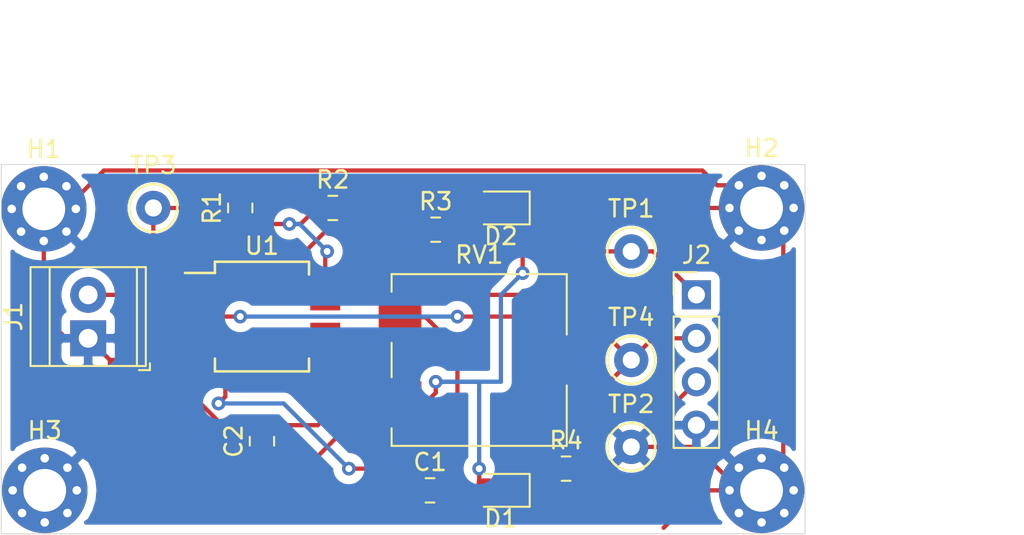
<source format=kicad_pcb>
(kicad_pcb (version 20171130) (host pcbnew "(5.1.4)-1")

  (general
    (thickness 1.6)
    (drawings 6)
    (tracks 131)
    (zones 0)
    (modules 20)
    (nets 11)
  )

  (page A4)
  (layers
    (0 F.Cu signal hide)
    (31 B.Cu signal)
    (32 B.Adhes user)
    (33 F.Adhes user)
    (34 B.Paste user)
    (35 F.Paste user)
    (36 B.SilkS user)
    (37 F.SilkS user)
    (38 B.Mask user)
    (39 F.Mask user)
    (40 Dwgs.User user)
    (41 Cmts.User user)
    (42 Eco1.User user)
    (43 Eco2.User user)
    (44 Edge.Cuts user)
    (45 Margin user)
    (46 B.CrtYd user)
    (47 F.CrtYd user)
    (48 B.Fab user)
    (49 F.Fab user)
  )

  (setup
    (last_trace_width 0.25)
    (trace_clearance 0.2)
    (zone_clearance 0.508)
    (zone_45_only no)
    (trace_min 0.2)
    (via_size 0.8)
    (via_drill 0.4)
    (via_min_size 0.4)
    (via_min_drill 0.3)
    (uvia_size 0.3)
    (uvia_drill 0.1)
    (uvias_allowed no)
    (uvia_min_size 0.2)
    (uvia_min_drill 0.1)
    (edge_width 0.05)
    (segment_width 0.2)
    (pcb_text_width 0.3)
    (pcb_text_size 1.5 1.5)
    (mod_edge_width 0.12)
    (mod_text_size 1 1)
    (mod_text_width 0.15)
    (pad_size 1.524 1.524)
    (pad_drill 0.762)
    (pad_to_mask_clearance 0.051)
    (solder_mask_min_width 0.25)
    (aux_axis_origin 0 0)
    (visible_elements 7FFFFFFF)
    (pcbplotparams
      (layerselection 0x010fc_ffffffff)
      (usegerberextensions false)
      (usegerberattributes false)
      (usegerberadvancedattributes false)
      (creategerberjobfile false)
      (excludeedgelayer true)
      (linewidth 0.100000)
      (plotframeref false)
      (viasonmask false)
      (mode 1)
      (useauxorigin false)
      (hpglpennumber 1)
      (hpglpenspeed 20)
      (hpglpendiameter 15.000000)
      (psnegative false)
      (psa4output false)
      (plotreference true)
      (plotvalue true)
      (plotinvisibletext false)
      (padsonsilk false)
      (subtractmaskfromsilk false)
      (outputformat 1)
      (mirror false)
      (drillshape 0)
      (scaleselection 1)
      (outputdirectory ""))
  )

  (net 0 "")
  (net 1 GND)
  (net 2 Signal)
  (net 3 VCC)
  (net 4 "Net-(D2-Pad2)")
  (net 5 "Net-(RV1-Pad2)")
  (net 6 "Net-(U1-Pad7)")
  (net 7 "Net-(U1-Pad6)")
  (net 8 "Net-(U1-Pad5)")
  (net 9 "Net-(D1-Pad1)")
  (net 10 DO)

  (net_class Default "This is the default net class."
    (clearance 0.2)
    (trace_width 0.25)
    (via_dia 0.8)
    (via_drill 0.4)
    (uvia_dia 0.3)
    (uvia_drill 0.1)
    (add_net DO)
    (add_net GND)
    (add_net "Net-(D1-Pad1)")
    (add_net "Net-(D2-Pad2)")
    (add_net "Net-(RV1-Pad2)")
    (add_net "Net-(U1-Pad5)")
    (add_net "Net-(U1-Pad6)")
    (add_net "Net-(U1-Pad7)")
    (add_net Signal)
    (add_net VCC)
  )

  (module TerminalBlock_TE-Connectivity:TerminalBlock_TE_282834-2_1x02_P2.54mm_Horizontal (layer F.Cu) (tedit 5B1EC513) (tstamp 5E2815AB)
    (at 132.08 93.98 90)
    (descr "Terminal Block TE 282834-2, 2 pins, pitch 2.54mm, size 5.54x6.5mm^2, drill diamater 1.1mm, pad diameter 2.1mm, see http://www.te.com/commerce/DocumentDelivery/DDEController?Action=showdoc&DocId=Customer+Drawing%7F282834%7FC1%7Fpdf%7FEnglish%7FENG_CD_282834_C1.pdf, script-generated using https://github.com/pointhi/kicad-footprint-generator/scripts/TerminalBlock_TE-Connectivity")
    (tags "THT Terminal Block TE 282834-2 pitch 2.54mm size 5.54x6.5mm^2 drill 1.1mm pad 2.1mm")
    (path /5E27DE3A)
    (fp_text reference J1 (at 1.27 -4.37 90) (layer F.SilkS)
      (effects (font (size 1 1) (thickness 0.15)))
    )
    (fp_text value Sensor (at 1.27 4.37 90) (layer F.Fab)
      (effects (font (size 1 1) (thickness 0.15)))
    )
    (fp_text user %R (at 1.27 2 90) (layer F.Fab)
      (effects (font (size 1 1) (thickness 0.15)))
    )
    (fp_line (start 4.54 -3.75) (end -2 -3.75) (layer F.CrtYd) (width 0.05))
    (fp_line (start 4.54 3.75) (end 4.54 -3.75) (layer F.CrtYd) (width 0.05))
    (fp_line (start -2 3.75) (end 4.54 3.75) (layer F.CrtYd) (width 0.05))
    (fp_line (start -2 -3.75) (end -2 3.75) (layer F.CrtYd) (width 0.05))
    (fp_line (start -1.86 3.61) (end -1.46 3.61) (layer F.SilkS) (width 0.12))
    (fp_line (start -1.86 2.97) (end -1.86 3.61) (layer F.SilkS) (width 0.12))
    (fp_line (start 3.241 -0.835) (end 1.706 0.7) (layer F.Fab) (width 0.1))
    (fp_line (start 3.375 -0.7) (end 1.84 0.835) (layer F.Fab) (width 0.1))
    (fp_line (start 0.701 -0.835) (end -0.835 0.7) (layer F.Fab) (width 0.1))
    (fp_line (start 0.835 -0.7) (end -0.701 0.835) (layer F.Fab) (width 0.1))
    (fp_line (start 4.16 -3.37) (end 4.16 3.37) (layer F.SilkS) (width 0.12))
    (fp_line (start -1.62 -3.37) (end -1.62 3.37) (layer F.SilkS) (width 0.12))
    (fp_line (start -1.62 3.37) (end 4.16 3.37) (layer F.SilkS) (width 0.12))
    (fp_line (start -1.62 -3.37) (end 4.16 -3.37) (layer F.SilkS) (width 0.12))
    (fp_line (start -1.62 -2.25) (end 4.16 -2.25) (layer F.SilkS) (width 0.12))
    (fp_line (start -1.5 -2.25) (end 4.04 -2.25) (layer F.Fab) (width 0.1))
    (fp_line (start -1.62 2.85) (end 4.16 2.85) (layer F.SilkS) (width 0.12))
    (fp_line (start -1.5 2.85) (end 4.04 2.85) (layer F.Fab) (width 0.1))
    (fp_line (start -1.5 2.85) (end -1.5 -3.25) (layer F.Fab) (width 0.1))
    (fp_line (start -1.1 3.25) (end -1.5 2.85) (layer F.Fab) (width 0.1))
    (fp_line (start 4.04 3.25) (end -1.1 3.25) (layer F.Fab) (width 0.1))
    (fp_line (start 4.04 -3.25) (end 4.04 3.25) (layer F.Fab) (width 0.1))
    (fp_line (start -1.5 -3.25) (end 4.04 -3.25) (layer F.Fab) (width 0.1))
    (fp_circle (center 2.54 0) (end 3.64 0) (layer F.Fab) (width 0.1))
    (fp_circle (center 0 0) (end 1.1 0) (layer F.Fab) (width 0.1))
    (pad 2 thru_hole circle (at 2.54 0 90) (size 2.1 2.1) (drill 1.1) (layers *.Cu *.Mask)
      (net 2 Signal))
    (pad 1 thru_hole rect (at 0 0 90) (size 2.1 2.1) (drill 1.1) (layers *.Cu *.Mask)
      (net 1 GND))
    (model ${KISYS3DMOD}/TerminalBlock_TE-Connectivity.3dshapes/TerminalBlock_TE_282834-2_1x02_P2.54mm_Horizontal.wrl
      (at (xyz 0 0 0))
      (scale (xyz 1 1 1))
      (rotate (xyz 0 0 0))
    )
  )

  (module Resistor_SMD:R_0805_2012Metric (layer F.Cu) (tedit 5B36C52B) (tstamp 5E28DC8D)
    (at 160.02 101.6)
    (descr "Resistor SMD 0805 (2012 Metric), square (rectangular) end terminal, IPC_7351 nominal, (Body size source: https://docs.google.com/spreadsheets/d/1BsfQQcO9C6DZCsRaXUlFlo91Tg2WpOkGARC1WS5S8t0/edit?usp=sharing), generated with kicad-footprint-generator")
    (tags resistor)
    (path /5E2AA22E)
    (attr smd)
    (fp_text reference R4 (at 0 -1.65) (layer F.SilkS)
      (effects (font (size 1 1) (thickness 0.15)))
    )
    (fp_text value 1K (at 0 1.65) (layer F.Fab)
      (effects (font (size 1 1) (thickness 0.15)))
    )
    (fp_text user %R (at 0 0) (layer F.Fab)
      (effects (font (size 0.5 0.5) (thickness 0.08)))
    )
    (fp_line (start 1.68 0.95) (end -1.68 0.95) (layer F.CrtYd) (width 0.05))
    (fp_line (start 1.68 -0.95) (end 1.68 0.95) (layer F.CrtYd) (width 0.05))
    (fp_line (start -1.68 -0.95) (end 1.68 -0.95) (layer F.CrtYd) (width 0.05))
    (fp_line (start -1.68 0.95) (end -1.68 -0.95) (layer F.CrtYd) (width 0.05))
    (fp_line (start -0.258578 0.71) (end 0.258578 0.71) (layer F.SilkS) (width 0.12))
    (fp_line (start -0.258578 -0.71) (end 0.258578 -0.71) (layer F.SilkS) (width 0.12))
    (fp_line (start 1 0.6) (end -1 0.6) (layer F.Fab) (width 0.1))
    (fp_line (start 1 -0.6) (end 1 0.6) (layer F.Fab) (width 0.1))
    (fp_line (start -1 -0.6) (end 1 -0.6) (layer F.Fab) (width 0.1))
    (fp_line (start -1 0.6) (end -1 -0.6) (layer F.Fab) (width 0.1))
    (pad 2 smd roundrect (at 0.9375 0) (size 0.975 1.4) (layers F.Cu F.Paste F.Mask) (roundrect_rratio 0.25)
      (net 10 DO))
    (pad 1 smd roundrect (at -0.9375 0) (size 0.975 1.4) (layers F.Cu F.Paste F.Mask) (roundrect_rratio 0.25)
      (net 9 "Net-(D1-Pad1)"))
    (model ${KISYS3DMOD}/Resistor_SMD.3dshapes/R_0805_2012Metric.wrl
      (at (xyz 0 0 0))
      (scale (xyz 1 1 1))
      (rotate (xyz 0 0 0))
    )
  )

  (module MountingHole:MountingHole_2.5mm_Pad_Via (layer F.Cu) (tedit 56DDBAEA) (tstamp 5E283221)
    (at 171.45 102.87)
    (descr "Mounting Hole 2.5mm")
    (tags "mounting hole 2.5mm")
    (path /5E28BF67)
    (attr virtual)
    (fp_text reference H4 (at 0 -3.5) (layer F.SilkS)
      (effects (font (size 1 1) (thickness 0.15)))
    )
    (fp_text value " " (at 0 3.5) (layer F.Fab)
      (effects (font (size 1 1) (thickness 0.15)))
    )
    (fp_circle (center 0 0) (end 2.75 0) (layer F.CrtYd) (width 0.05))
    (fp_circle (center 0 0) (end 2.5 0) (layer Cmts.User) (width 0.15))
    (fp_text user %R (at 0.3 0) (layer F.Fab)
      (effects (font (size 1 1) (thickness 0.15)))
    )
    (pad 1 thru_hole circle (at 1.325825 -1.325825) (size 0.8 0.8) (drill 0.5) (layers *.Cu *.Mask)
      (net 1 GND))
    (pad 1 thru_hole circle (at 0 -1.875) (size 0.8 0.8) (drill 0.5) (layers *.Cu *.Mask)
      (net 1 GND))
    (pad 1 thru_hole circle (at -1.325825 -1.325825) (size 0.8 0.8) (drill 0.5) (layers *.Cu *.Mask)
      (net 1 GND))
    (pad 1 thru_hole circle (at -1.875 0) (size 0.8 0.8) (drill 0.5) (layers *.Cu *.Mask)
      (net 1 GND))
    (pad 1 thru_hole circle (at -1.325825 1.325825) (size 0.8 0.8) (drill 0.5) (layers *.Cu *.Mask)
      (net 1 GND))
    (pad 1 thru_hole circle (at 0 1.875) (size 0.8 0.8) (drill 0.5) (layers *.Cu *.Mask)
      (net 1 GND))
    (pad 1 thru_hole circle (at 1.325825 1.325825) (size 0.8 0.8) (drill 0.5) (layers *.Cu *.Mask)
      (net 1 GND))
    (pad 1 thru_hole circle (at 1.875 0) (size 0.8 0.8) (drill 0.5) (layers *.Cu *.Mask)
      (net 1 GND))
    (pad 1 thru_hole circle (at 0 0) (size 5 5) (drill 2.5) (layers *.Cu *.Mask)
      (net 1 GND))
  )

  (module MountingHole:MountingHole_2.5mm_Pad_Via (layer F.Cu) (tedit 56DDBAEA) (tstamp 5E283211)
    (at 129.54 102.87)
    (descr "Mounting Hole 2.5mm")
    (tags "mounting hole 2.5mm")
    (path /5E28A7E6)
    (attr virtual)
    (fp_text reference H3 (at 0 -3.5) (layer F.SilkS)
      (effects (font (size 1 1) (thickness 0.15)))
    )
    (fp_text value " " (at 0 3.5) (layer F.Fab)
      (effects (font (size 1 1) (thickness 0.15)))
    )
    (fp_circle (center 0 0) (end 2.75 0) (layer F.CrtYd) (width 0.05))
    (fp_circle (center 0 0) (end 2.5 0) (layer Cmts.User) (width 0.15))
    (fp_text user %R (at 0.3 0) (layer F.Fab)
      (effects (font (size 1 1) (thickness 0.15)))
    )
    (pad 1 thru_hole circle (at 1.325825 -1.325825) (size 0.8 0.8) (drill 0.5) (layers *.Cu *.Mask)
      (net 1 GND))
    (pad 1 thru_hole circle (at 0 -1.875) (size 0.8 0.8) (drill 0.5) (layers *.Cu *.Mask)
      (net 1 GND))
    (pad 1 thru_hole circle (at -1.325825 -1.325825) (size 0.8 0.8) (drill 0.5) (layers *.Cu *.Mask)
      (net 1 GND))
    (pad 1 thru_hole circle (at -1.875 0) (size 0.8 0.8) (drill 0.5) (layers *.Cu *.Mask)
      (net 1 GND))
    (pad 1 thru_hole circle (at -1.325825 1.325825) (size 0.8 0.8) (drill 0.5) (layers *.Cu *.Mask)
      (net 1 GND))
    (pad 1 thru_hole circle (at 0 1.875) (size 0.8 0.8) (drill 0.5) (layers *.Cu *.Mask)
      (net 1 GND))
    (pad 1 thru_hole circle (at 1.325825 1.325825) (size 0.8 0.8) (drill 0.5) (layers *.Cu *.Mask)
      (net 1 GND))
    (pad 1 thru_hole circle (at 1.875 0) (size 0.8 0.8) (drill 0.5) (layers *.Cu *.Mask)
      (net 1 GND))
    (pad 1 thru_hole circle (at 0 0) (size 5 5) (drill 2.5) (layers *.Cu *.Mask)
      (net 1 GND))
  )

  (module MountingHole:MountingHole_2.5mm_Pad_Via (layer F.Cu) (tedit 56DDBAEA) (tstamp 5E283201)
    (at 171.45 86.36)
    (descr "Mounting Hole 2.5mm")
    (tags "mounting hole 2.5mm")
    (path /5E283B56)
    (attr virtual)
    (fp_text reference H2 (at 0 -3.5) (layer F.SilkS)
      (effects (font (size 1 1) (thickness 0.15)))
    )
    (fp_text value " " (at 0 3.5) (layer F.Fab)
      (effects (font (size 1 1) (thickness 0.15)))
    )
    (fp_circle (center 0 0) (end 2.75 0) (layer F.CrtYd) (width 0.05))
    (fp_circle (center 0 0) (end 2.5 0) (layer Cmts.User) (width 0.15))
    (fp_text user %R (at 0.3 0) (layer F.Fab)
      (effects (font (size 1 1) (thickness 0.15)))
    )
    (pad 1 thru_hole circle (at 1.325825 -1.325825) (size 0.8 0.8) (drill 0.5) (layers *.Cu *.Mask)
      (net 1 GND))
    (pad 1 thru_hole circle (at 0 -1.875) (size 0.8 0.8) (drill 0.5) (layers *.Cu *.Mask)
      (net 1 GND))
    (pad 1 thru_hole circle (at -1.325825 -1.325825) (size 0.8 0.8) (drill 0.5) (layers *.Cu *.Mask)
      (net 1 GND))
    (pad 1 thru_hole circle (at -1.875 0) (size 0.8 0.8) (drill 0.5) (layers *.Cu *.Mask)
      (net 1 GND))
    (pad 1 thru_hole circle (at -1.325825 1.325825) (size 0.8 0.8) (drill 0.5) (layers *.Cu *.Mask)
      (net 1 GND))
    (pad 1 thru_hole circle (at 0 1.875) (size 0.8 0.8) (drill 0.5) (layers *.Cu *.Mask)
      (net 1 GND))
    (pad 1 thru_hole circle (at 1.325825 1.325825) (size 0.8 0.8) (drill 0.5) (layers *.Cu *.Mask)
      (net 1 GND))
    (pad 1 thru_hole circle (at 1.875 0) (size 0.8 0.8) (drill 0.5) (layers *.Cu *.Mask)
      (net 1 GND))
    (pad 1 thru_hole circle (at 0 0) (size 5 5) (drill 2.5) (layers *.Cu *.Mask)
      (net 1 GND))
  )

  (module MountingHole:MountingHole_2.5mm_Pad_Via (layer F.Cu) (tedit 56DDBAEA) (tstamp 5E2831F1)
    (at 129.484175 86.415825)
    (descr "Mounting Hole 2.5mm")
    (tags "mounting hole 2.5mm")
    (path /5E28602E)
    (attr virtual)
    (fp_text reference H1 (at 0 -3.5) (layer F.SilkS)
      (effects (font (size 1 1) (thickness 0.15)))
    )
    (fp_text value " " (at 0 3.5) (layer F.Fab)
      (effects (font (size 1 1) (thickness 0.15)))
    )
    (fp_circle (center 0 0) (end 2.75 0) (layer F.CrtYd) (width 0.05))
    (fp_circle (center 0 0) (end 2.5 0) (layer Cmts.User) (width 0.15))
    (fp_text user %R (at 0.3 0) (layer F.Fab)
      (effects (font (size 1 1) (thickness 0.15)))
    )
    (pad 1 thru_hole circle (at 1.325825 -1.325825) (size 0.8 0.8) (drill 0.5) (layers *.Cu *.Mask)
      (net 1 GND))
    (pad 1 thru_hole circle (at 0 -1.875) (size 0.8 0.8) (drill 0.5) (layers *.Cu *.Mask)
      (net 1 GND))
    (pad 1 thru_hole circle (at -1.325825 -1.325825) (size 0.8 0.8) (drill 0.5) (layers *.Cu *.Mask)
      (net 1 GND))
    (pad 1 thru_hole circle (at -1.875 0) (size 0.8 0.8) (drill 0.5) (layers *.Cu *.Mask)
      (net 1 GND))
    (pad 1 thru_hole circle (at -1.325825 1.325825) (size 0.8 0.8) (drill 0.5) (layers *.Cu *.Mask)
      (net 1 GND))
    (pad 1 thru_hole circle (at 0 1.875) (size 0.8 0.8) (drill 0.5) (layers *.Cu *.Mask)
      (net 1 GND))
    (pad 1 thru_hole circle (at 1.325825 1.325825) (size 0.8 0.8) (drill 0.5) (layers *.Cu *.Mask)
      (net 1 GND))
    (pad 1 thru_hole circle (at 1.875 0) (size 0.8 0.8) (drill 0.5) (layers *.Cu *.Mask)
      (net 1 GND))
    (pad 1 thru_hole circle (at 0 0) (size 5 5) (drill 2.5) (layers *.Cu *.Mask)
      (net 1 GND))
  )

  (module Package_SO:SO-8_5.3x6.2mm_P1.27mm (layer F.Cu) (tedit 5A02F2D3) (tstamp 5E28165F)
    (at 142.24 92.71)
    (descr "8-Lead Plastic Small Outline, 5.3x6.2mm Body (http://www.ti.com.cn/cn/lit/ds/symlink/tl7705a.pdf)")
    (tags "SOIC 1.27")
    (path /5E27B72F)
    (attr smd)
    (fp_text reference U1 (at 0 -4.13) (layer F.SilkS)
      (effects (font (size 1 1) (thickness 0.15)))
    )
    (fp_text value LM393 (at 0 4.13) (layer F.Fab)
      (effects (font (size 1 1) (thickness 0.15)))
    )
    (fp_line (start -2.75 -2.55) (end -4.5 -2.55) (layer F.SilkS) (width 0.15))
    (fp_line (start -2.75 3.205) (end 2.75 3.205) (layer F.SilkS) (width 0.15))
    (fp_line (start -2.75 -3.205) (end 2.75 -3.205) (layer F.SilkS) (width 0.15))
    (fp_line (start -2.75 3.205) (end -2.75 2.455) (layer F.SilkS) (width 0.15))
    (fp_line (start 2.75 3.205) (end 2.75 2.455) (layer F.SilkS) (width 0.15))
    (fp_line (start 2.75 -3.205) (end 2.75 -2.455) (layer F.SilkS) (width 0.15))
    (fp_line (start -2.75 -3.205) (end -2.75 -2.55) (layer F.SilkS) (width 0.15))
    (fp_line (start -4.83 3.35) (end 4.83 3.35) (layer F.CrtYd) (width 0.05))
    (fp_line (start -4.83 -3.35) (end 4.83 -3.35) (layer F.CrtYd) (width 0.05))
    (fp_line (start 4.83 -3.35) (end 4.83 3.35) (layer F.CrtYd) (width 0.05))
    (fp_line (start -4.83 -3.35) (end -4.83 3.35) (layer F.CrtYd) (width 0.05))
    (fp_line (start -2.65 -2.1) (end -1.65 -3.1) (layer F.Fab) (width 0.15))
    (fp_line (start -2.65 3.1) (end -2.65 -2.1) (layer F.Fab) (width 0.15))
    (fp_line (start 2.65 3.1) (end -2.65 3.1) (layer F.Fab) (width 0.15))
    (fp_line (start 2.65 -3.1) (end 2.65 3.1) (layer F.Fab) (width 0.15))
    (fp_line (start -1.65 -3.1) (end 2.65 -3.1) (layer F.Fab) (width 0.15))
    (fp_text user %R (at 0 0) (layer F.Fab)
      (effects (font (size 1 1) (thickness 0.15)))
    )
    (pad 8 smd rect (at 3.7 -1.905) (size 1.75 0.55) (layers F.Cu F.Paste F.Mask)
      (net 3 VCC))
    (pad 7 smd rect (at 3.7 -0.635) (size 1.75 0.55) (layers F.Cu F.Paste F.Mask)
      (net 6 "Net-(U1-Pad7)"))
    (pad 6 smd rect (at 3.7 0.635) (size 1.75 0.55) (layers F.Cu F.Paste F.Mask)
      (net 7 "Net-(U1-Pad6)"))
    (pad 5 smd rect (at 3.7 1.905) (size 1.75 0.55) (layers F.Cu F.Paste F.Mask)
      (net 8 "Net-(U1-Pad5)"))
    (pad 4 smd rect (at -3.7 1.905) (size 1.75 0.55) (layers F.Cu F.Paste F.Mask)
      (net 1 GND))
    (pad 3 smd rect (at -3.7 0.635) (size 1.75 0.55) (layers F.Cu F.Paste F.Mask)
      (net 2 Signal))
    (pad 2 smd rect (at -3.7 -0.635) (size 1.75 0.55) (layers F.Cu F.Paste F.Mask)
      (net 5 "Net-(RV1-Pad2)"))
    (pad 1 smd rect (at -3.7 -1.905) (size 1.75 0.55) (layers F.Cu F.Paste F.Mask)
      (net 10 DO))
    (model ${KISYS3DMOD}/Package_SO.3dshapes/SO-8_5.3x6.2mm_P1.27mm.wrl
      (at (xyz 0 0 0))
      (scale (xyz 1 1 1))
      (rotate (xyz 0 0 0))
    )
  )

  (module TestPoint:TestPoint_Keystone_5000-5004_Miniature (layer F.Cu) (tedit 5A0F774F) (tstamp 5E281642)
    (at 163.83 95.25)
    (descr "Keystone Miniature THM Test Point 5000-5004, http://www.keyelco.com/product-pdf.cfm?p=1309")
    (tags "Through Hole Mount Test Points")
    (path /5E2A0B0D)
    (fp_text reference TP4 (at 0 -2.5) (layer F.SilkS)
      (effects (font (size 1 1) (thickness 0.15)))
    )
    (fp_text value DO (at 0 2.5) (layer F.Fab)
      (effects (font (size 1 1) (thickness 0.15)))
    )
    (fp_circle (center 0 0) (end 1.4 0) (layer F.SilkS) (width 0.15))
    (fp_circle (center 0 0) (end 1.25 0) (layer F.Fab) (width 0.15))
    (fp_circle (center 0 0) (end 1.65 0) (layer F.CrtYd) (width 0.05))
    (fp_line (start -0.75 0.25) (end -0.75 -0.25) (layer F.Fab) (width 0.15))
    (fp_line (start 0.75 0.25) (end -0.75 0.25) (layer F.Fab) (width 0.15))
    (fp_line (start 0.75 -0.25) (end 0.75 0.25) (layer F.Fab) (width 0.15))
    (fp_line (start -0.75 -0.25) (end 0.75 -0.25) (layer F.Fab) (width 0.15))
    (fp_text user %R (at 0 -2.5) (layer F.Fab)
      (effects (font (size 1 1) (thickness 0.15)))
    )
    (pad 1 thru_hole circle (at 0 0) (size 2 2) (drill 1) (layers *.Cu *.Mask)
      (net 10 DO))
    (model ${KISYS3DMOD}/TestPoint.3dshapes/TestPoint_Keystone_5000-5004_Miniature.wrl
      (at (xyz 0 0 0))
      (scale (xyz 1 1 1))
      (rotate (xyz 0 0 0))
    )
  )

  (module TestPoint:TestPoint_Keystone_5000-5004_Miniature (layer F.Cu) (tedit 5A0F774F) (tstamp 5E281635)
    (at 135.89 86.36)
    (descr "Keystone Miniature THM Test Point 5000-5004, http://www.keyelco.com/product-pdf.cfm?p=1309")
    (tags "Through Hole Mount Test Points")
    (path /5E286ACC)
    (fp_text reference TP3 (at 0 -2.5) (layer F.SilkS)
      (effects (font (size 1 1) (thickness 0.15)))
    )
    (fp_text value Signal (at 0 2.5) (layer F.Fab)
      (effects (font (size 1 1) (thickness 0.15)))
    )
    (fp_circle (center 0 0) (end 1.4 0) (layer F.SilkS) (width 0.15))
    (fp_circle (center 0 0) (end 1.25 0) (layer F.Fab) (width 0.15))
    (fp_circle (center 0 0) (end 1.65 0) (layer F.CrtYd) (width 0.05))
    (fp_line (start -0.75 0.25) (end -0.75 -0.25) (layer F.Fab) (width 0.15))
    (fp_line (start 0.75 0.25) (end -0.75 0.25) (layer F.Fab) (width 0.15))
    (fp_line (start 0.75 -0.25) (end 0.75 0.25) (layer F.Fab) (width 0.15))
    (fp_line (start -0.75 -0.25) (end 0.75 -0.25) (layer F.Fab) (width 0.15))
    (fp_text user %R (at 0 -2.5) (layer F.Fab)
      (effects (font (size 1 1) (thickness 0.15)))
    )
    (pad 1 thru_hole circle (at 0 0) (size 2 2) (drill 1) (layers *.Cu *.Mask)
      (net 2 Signal))
    (model ${KISYS3DMOD}/TestPoint.3dshapes/TestPoint_Keystone_5000-5004_Miniature.wrl
      (at (xyz 0 0 0))
      (scale (xyz 1 1 1))
      (rotate (xyz 0 0 0))
    )
  )

  (module TestPoint:TestPoint_Keystone_5000-5004_Miniature (layer F.Cu) (tedit 5A0F774F) (tstamp 5E281628)
    (at 163.83 100.33)
    (descr "Keystone Miniature THM Test Point 5000-5004, http://www.keyelco.com/product-pdf.cfm?p=1309")
    (tags "Through Hole Mount Test Points")
    (path /5E297621)
    (fp_text reference TP2 (at 0 -2.5) (layer F.SilkS)
      (effects (font (size 1 1) (thickness 0.15)))
    )
    (fp_text value GND (at 0 2.5) (layer F.Fab)
      (effects (font (size 1 1) (thickness 0.15)))
    )
    (fp_circle (center 0 0) (end 1.4 0) (layer F.SilkS) (width 0.15))
    (fp_circle (center 0 0) (end 1.25 0) (layer F.Fab) (width 0.15))
    (fp_circle (center 0 0) (end 1.65 0) (layer F.CrtYd) (width 0.05))
    (fp_line (start -0.75 0.25) (end -0.75 -0.25) (layer F.Fab) (width 0.15))
    (fp_line (start 0.75 0.25) (end -0.75 0.25) (layer F.Fab) (width 0.15))
    (fp_line (start 0.75 -0.25) (end 0.75 0.25) (layer F.Fab) (width 0.15))
    (fp_line (start -0.75 -0.25) (end 0.75 -0.25) (layer F.Fab) (width 0.15))
    (fp_text user %R (at 0 -2.5) (layer F.Fab)
      (effects (font (size 1 1) (thickness 0.15)))
    )
    (pad 1 thru_hole circle (at 0 0) (size 2 2) (drill 1) (layers *.Cu *.Mask)
      (net 1 GND))
    (model ${KISYS3DMOD}/TestPoint.3dshapes/TestPoint_Keystone_5000-5004_Miniature.wrl
      (at (xyz 0 0 0))
      (scale (xyz 1 1 1))
      (rotate (xyz 0 0 0))
    )
  )

  (module TestPoint:TestPoint_Keystone_5000-5004_Miniature (layer F.Cu) (tedit 5A0F774F) (tstamp 5E28161B)
    (at 163.83 88.9)
    (descr "Keystone Miniature THM Test Point 5000-5004, http://www.keyelco.com/product-pdf.cfm?p=1309")
    (tags "Through Hole Mount Test Points")
    (path /5E2971AC)
    (fp_text reference TP1 (at 0 -2.5) (layer F.SilkS)
      (effects (font (size 1 1) (thickness 0.15)))
    )
    (fp_text value Power (at 0 2.5) (layer F.Fab)
      (effects (font (size 1 1) (thickness 0.15)))
    )
    (fp_circle (center 0 0) (end 1.4 0) (layer F.SilkS) (width 0.15))
    (fp_circle (center 0 0) (end 1.25 0) (layer F.Fab) (width 0.15))
    (fp_circle (center 0 0) (end 1.65 0) (layer F.CrtYd) (width 0.05))
    (fp_line (start -0.75 0.25) (end -0.75 -0.25) (layer F.Fab) (width 0.15))
    (fp_line (start 0.75 0.25) (end -0.75 0.25) (layer F.Fab) (width 0.15))
    (fp_line (start 0.75 -0.25) (end 0.75 0.25) (layer F.Fab) (width 0.15))
    (fp_line (start -0.75 -0.25) (end 0.75 -0.25) (layer F.Fab) (width 0.15))
    (fp_text user %R (at 0 -2.5) (layer F.Fab)
      (effects (font (size 1 1) (thickness 0.15)))
    )
    (pad 1 thru_hole circle (at 0 0) (size 2 2) (drill 1) (layers *.Cu *.Mask)
      (net 3 VCC))
    (model ${KISYS3DMOD}/TestPoint.3dshapes/TestPoint_Keystone_5000-5004_Miniature.wrl
      (at (xyz 0 0 0))
      (scale (xyz 1 1 1))
      (rotate (xyz 0 0 0))
    )
  )

  (module Potentiometer_SMD:Potentiometer_ACP_CA9-VSMD_Vertical (layer F.Cu) (tedit 5A3D7171) (tstamp 5E28160E)
    (at 154.94 95.25)
    (descr "Potentiometer, vertical, ACP CA9-VSMD, http://www.acptechnologies.com/wp-content/uploads/2017/05/02-ACP-CA9-CE9.pdf")
    (tags "Potentiometer vertical ACP CA9-VSMD")
    (path /5E27BB6E)
    (attr smd)
    (fp_text reference RV1 (at 0 -6.15) (layer F.SilkS)
      (effects (font (size 1 1) (thickness 0.15)))
    )
    (fp_text value R_POT (at 0 6.15) (layer F.Fab)
      (effects (font (size 1 1) (thickness 0.15)))
    )
    (fp_text user %R (at -4 0 90) (layer F.Fab)
      (effects (font (size 1 1) (thickness 0.15)))
    )
    (fp_line (start 6.15 -5.15) (end -6.15 -5.15) (layer F.CrtYd) (width 0.05))
    (fp_line (start 6.15 5.15) (end 6.15 -5.15) (layer F.CrtYd) (width 0.05))
    (fp_line (start -6.15 5.15) (end 6.15 5.15) (layer F.CrtYd) (width 0.05))
    (fp_line (start -6.15 -5.15) (end -6.15 5.15) (layer F.CrtYd) (width 0.05))
    (fp_line (start 5.12 1.49) (end 5.12 5.02) (layer F.SilkS) (width 0.12))
    (fp_line (start 5.12 -5.021) (end 5.12 -1.49) (layer F.SilkS) (width 0.12))
    (fp_line (start -5.12 3.99) (end -5.12 5.02) (layer F.SilkS) (width 0.12))
    (fp_line (start -5.12 -1.009) (end -5.12 1.01) (layer F.SilkS) (width 0.12))
    (fp_line (start -5.12 -5.021) (end -5.12 -3.991) (layer F.SilkS) (width 0.12))
    (fp_line (start -5.12 5.02) (end 5.12 5.02) (layer F.SilkS) (width 0.12))
    (fp_line (start -5.12 -5.021) (end 5.12 -5.021) (layer F.SilkS) (width 0.12))
    (fp_line (start 5 -4.9) (end -5 -4.9) (layer F.Fab) (width 0.1))
    (fp_line (start 5 4.9) (end 5 -4.9) (layer F.Fab) (width 0.1))
    (fp_line (start -5 4.9) (end 5 4.9) (layer F.Fab) (width 0.1))
    (fp_line (start -5 -4.9) (end -5 4.9) (layer F.Fab) (width 0.1))
    (fp_circle (center 0.125 0) (end 1.175 0) (layer F.Fab) (width 0.1))
    (pad 1 smd rect (at -4.625 2.5) (size 2.5 2.5) (layers F.Cu F.Paste F.Mask)
      (net 3 VCC))
    (pad 2 smd rect (at 4.625 0) (size 2.5 2.5) (layers F.Cu F.Paste F.Mask)
      (net 5 "Net-(RV1-Pad2)"))
    (pad 3 smd rect (at -4.625 -2.5) (size 2.5 2.5) (layers F.Cu F.Paste F.Mask)
      (net 1 GND))
    (model ${KISYS3DMOD}/Potentiometer_SMD.3dshapes/Potentiometer_ACP_CA9-VSMD_Vertical.wrl
      (at (xyz 0 0 0))
      (scale (xyz 1 1 1))
      (rotate (xyz 0 0 0))
    )
  )

  (module Resistor_SMD:R_0805_2012Metric (layer F.Cu) (tedit 5B36C52B) (tstamp 5E2815F6)
    (at 152.4 87.63)
    (descr "Resistor SMD 0805 (2012 Metric), square (rectangular) end terminal, IPC_7351 nominal, (Body size source: https://docs.google.com/spreadsheets/d/1BsfQQcO9C6DZCsRaXUlFlo91Tg2WpOkGARC1WS5S8t0/edit?usp=sharing), generated with kicad-footprint-generator")
    (tags resistor)
    (path /5E27FE28)
    (attr smd)
    (fp_text reference R3 (at 0 -1.65) (layer F.SilkS)
      (effects (font (size 1 1) (thickness 0.15)))
    )
    (fp_text value 787 (at 0 1.65) (layer F.Fab)
      (effects (font (size 1 1) (thickness 0.15)))
    )
    (fp_text user %R (at 0 0) (layer F.Fab)
      (effects (font (size 0.5 0.5) (thickness 0.08)))
    )
    (fp_line (start 1.68 0.95) (end -1.68 0.95) (layer F.CrtYd) (width 0.05))
    (fp_line (start 1.68 -0.95) (end 1.68 0.95) (layer F.CrtYd) (width 0.05))
    (fp_line (start -1.68 -0.95) (end 1.68 -0.95) (layer F.CrtYd) (width 0.05))
    (fp_line (start -1.68 0.95) (end -1.68 -0.95) (layer F.CrtYd) (width 0.05))
    (fp_line (start -0.258578 0.71) (end 0.258578 0.71) (layer F.SilkS) (width 0.12))
    (fp_line (start -0.258578 -0.71) (end 0.258578 -0.71) (layer F.SilkS) (width 0.12))
    (fp_line (start 1 0.6) (end -1 0.6) (layer F.Fab) (width 0.1))
    (fp_line (start 1 -0.6) (end 1 0.6) (layer F.Fab) (width 0.1))
    (fp_line (start -1 -0.6) (end 1 -0.6) (layer F.Fab) (width 0.1))
    (fp_line (start -1 0.6) (end -1 -0.6) (layer F.Fab) (width 0.1))
    (pad 2 smd roundrect (at 0.9375 0) (size 0.975 1.4) (layers F.Cu F.Paste F.Mask) (roundrect_rratio 0.25)
      (net 4 "Net-(D2-Pad2)"))
    (pad 1 smd roundrect (at -0.9375 0) (size 0.975 1.4) (layers F.Cu F.Paste F.Mask) (roundrect_rratio 0.25)
      (net 3 VCC))
    (model ${KISYS3DMOD}/Resistor_SMD.3dshapes/R_0805_2012Metric.wrl
      (at (xyz 0 0 0))
      (scale (xyz 1 1 1))
      (rotate (xyz 0 0 0))
    )
  )

  (module Resistor_SMD:R_0805_2012Metric (layer F.Cu) (tedit 5B36C52B) (tstamp 5E2815E5)
    (at 146.3825 86.36)
    (descr "Resistor SMD 0805 (2012 Metric), square (rectangular) end terminal, IPC_7351 nominal, (Body size source: https://docs.google.com/spreadsheets/d/1BsfQQcO9C6DZCsRaXUlFlo91Tg2WpOkGARC1WS5S8t0/edit?usp=sharing), generated with kicad-footprint-generator")
    (tags resistor)
    (path /5E283B19)
    (attr smd)
    (fp_text reference R2 (at 0 -1.65) (layer F.SilkS)
      (effects (font (size 1 1) (thickness 0.15)))
    )
    (fp_text value 10K (at 0 1.65) (layer F.Fab)
      (effects (font (size 1 1) (thickness 0.15)))
    )
    (fp_text user %R (at 0 0) (layer F.Fab)
      (effects (font (size 0.5 0.5) (thickness 0.08)))
    )
    (fp_line (start 1.68 0.95) (end -1.68 0.95) (layer F.CrtYd) (width 0.05))
    (fp_line (start 1.68 -0.95) (end 1.68 0.95) (layer F.CrtYd) (width 0.05))
    (fp_line (start -1.68 -0.95) (end 1.68 -0.95) (layer F.CrtYd) (width 0.05))
    (fp_line (start -1.68 0.95) (end -1.68 -0.95) (layer F.CrtYd) (width 0.05))
    (fp_line (start -0.258578 0.71) (end 0.258578 0.71) (layer F.SilkS) (width 0.12))
    (fp_line (start -0.258578 -0.71) (end 0.258578 -0.71) (layer F.SilkS) (width 0.12))
    (fp_line (start 1 0.6) (end -1 0.6) (layer F.Fab) (width 0.1))
    (fp_line (start 1 -0.6) (end 1 0.6) (layer F.Fab) (width 0.1))
    (fp_line (start -1 -0.6) (end 1 -0.6) (layer F.Fab) (width 0.1))
    (fp_line (start -1 0.6) (end -1 -0.6) (layer F.Fab) (width 0.1))
    (pad 2 smd roundrect (at 0.9375 0) (size 0.975 1.4) (layers F.Cu F.Paste F.Mask) (roundrect_rratio 0.25)
      (net 10 DO))
    (pad 1 smd roundrect (at -0.9375 0) (size 0.975 1.4) (layers F.Cu F.Paste F.Mask) (roundrect_rratio 0.25)
      (net 3 VCC))
    (model ${KISYS3DMOD}/Resistor_SMD.3dshapes/R_0805_2012Metric.wrl
      (at (xyz 0 0 0))
      (scale (xyz 1 1 1))
      (rotate (xyz 0 0 0))
    )
  )

  (module Resistor_SMD:R_0805_2012Metric (layer F.Cu) (tedit 5B36C52B) (tstamp 5E2815D4)
    (at 140.97 86.36 90)
    (descr "Resistor SMD 0805 (2012 Metric), square (rectangular) end terminal, IPC_7351 nominal, (Body size source: https://docs.google.com/spreadsheets/d/1BsfQQcO9C6DZCsRaXUlFlo91Tg2WpOkGARC1WS5S8t0/edit?usp=sharing), generated with kicad-footprint-generator")
    (tags resistor)
    (path /5E287F90)
    (attr smd)
    (fp_text reference R1 (at 0 -1.65 90) (layer F.SilkS)
      (effects (font (size 1 1) (thickness 0.15)))
    )
    (fp_text value 10K (at 0 1.65 90) (layer F.Fab)
      (effects (font (size 1 1) (thickness 0.15)))
    )
    (fp_text user %R (at 0 0 90) (layer F.Fab)
      (effects (font (size 0.5 0.5) (thickness 0.08)))
    )
    (fp_line (start 1.68 0.95) (end -1.68 0.95) (layer F.CrtYd) (width 0.05))
    (fp_line (start 1.68 -0.95) (end 1.68 0.95) (layer F.CrtYd) (width 0.05))
    (fp_line (start -1.68 -0.95) (end 1.68 -0.95) (layer F.CrtYd) (width 0.05))
    (fp_line (start -1.68 0.95) (end -1.68 -0.95) (layer F.CrtYd) (width 0.05))
    (fp_line (start -0.258578 0.71) (end 0.258578 0.71) (layer F.SilkS) (width 0.12))
    (fp_line (start -0.258578 -0.71) (end 0.258578 -0.71) (layer F.SilkS) (width 0.12))
    (fp_line (start 1 0.6) (end -1 0.6) (layer F.Fab) (width 0.1))
    (fp_line (start 1 -0.6) (end 1 0.6) (layer F.Fab) (width 0.1))
    (fp_line (start -1 -0.6) (end 1 -0.6) (layer F.Fab) (width 0.1))
    (fp_line (start -1 0.6) (end -1 -0.6) (layer F.Fab) (width 0.1))
    (pad 2 smd roundrect (at 0.9375 0 90) (size 0.975 1.4) (layers F.Cu F.Paste F.Mask) (roundrect_rratio 0.25)
      (net 2 Signal))
    (pad 1 smd roundrect (at -0.9375 0 90) (size 0.975 1.4) (layers F.Cu F.Paste F.Mask) (roundrect_rratio 0.25)
      (net 3 VCC))
    (model ${KISYS3DMOD}/Resistor_SMD.3dshapes/R_0805_2012Metric.wrl
      (at (xyz 0 0 0))
      (scale (xyz 1 1 1))
      (rotate (xyz 0 0 0))
    )
  )

  (module Connector_PinHeader_2.54mm:PinHeader_1x04_P2.54mm_Vertical (layer F.Cu) (tedit 59FED5CC) (tstamp 5E2815C3)
    (at 167.64 91.44)
    (descr "Through hole straight pin header, 1x04, 2.54mm pitch, single row")
    (tags "Through hole pin header THT 1x04 2.54mm single row")
    (path /5E27C8C8)
    (fp_text reference J2 (at 0 -2.33) (layer F.SilkS)
      (effects (font (size 1 1) (thickness 0.15)))
    )
    (fp_text value Screw_Terminal_01x04 (at 0 9.95) (layer F.Fab)
      (effects (font (size 1 1) (thickness 0.15)))
    )
    (fp_text user %R (at 0 3.81 90) (layer F.Fab)
      (effects (font (size 1 1) (thickness 0.15)))
    )
    (fp_line (start 1.8 -1.8) (end -1.8 -1.8) (layer F.CrtYd) (width 0.05))
    (fp_line (start 1.8 9.4) (end 1.8 -1.8) (layer F.CrtYd) (width 0.05))
    (fp_line (start -1.8 9.4) (end 1.8 9.4) (layer F.CrtYd) (width 0.05))
    (fp_line (start -1.8 -1.8) (end -1.8 9.4) (layer F.CrtYd) (width 0.05))
    (fp_line (start -1.33 -1.33) (end 0 -1.33) (layer F.SilkS) (width 0.12))
    (fp_line (start -1.33 0) (end -1.33 -1.33) (layer F.SilkS) (width 0.12))
    (fp_line (start -1.33 1.27) (end 1.33 1.27) (layer F.SilkS) (width 0.12))
    (fp_line (start 1.33 1.27) (end 1.33 8.95) (layer F.SilkS) (width 0.12))
    (fp_line (start -1.33 1.27) (end -1.33 8.95) (layer F.SilkS) (width 0.12))
    (fp_line (start -1.33 8.95) (end 1.33 8.95) (layer F.SilkS) (width 0.12))
    (fp_line (start -1.27 -0.635) (end -0.635 -1.27) (layer F.Fab) (width 0.1))
    (fp_line (start -1.27 8.89) (end -1.27 -0.635) (layer F.Fab) (width 0.1))
    (fp_line (start 1.27 8.89) (end -1.27 8.89) (layer F.Fab) (width 0.1))
    (fp_line (start 1.27 -1.27) (end 1.27 8.89) (layer F.Fab) (width 0.1))
    (fp_line (start -0.635 -1.27) (end 1.27 -1.27) (layer F.Fab) (width 0.1))
    (pad 4 thru_hole oval (at 0 7.62) (size 1.7 1.7) (drill 1) (layers *.Cu *.Mask)
      (net 1 GND))
    (pad 3 thru_hole oval (at 0 5.08) (size 1.7 1.7) (drill 1) (layers *.Cu *.Mask)
      (net 2 Signal))
    (pad 2 thru_hole oval (at 0 2.54) (size 1.7 1.7) (drill 1) (layers *.Cu *.Mask)
      (net 10 DO))
    (pad 1 thru_hole rect (at 0 0) (size 1.7 1.7) (drill 1) (layers *.Cu *.Mask)
      (net 3 VCC))
    (model ${KISYS3DMOD}/Connector_PinHeader_2.54mm.3dshapes/PinHeader_1x04_P2.54mm_Vertical.wrl
      (at (xyz 0 0 0))
      (scale (xyz 1 1 1))
      (rotate (xyz 0 0 0))
    )
  )

  (module Diode_SMD:D_0805_2012Metric (layer F.Cu) (tedit 5B36C52B) (tstamp 5E281591)
    (at 156.21 86.36 180)
    (descr "Diode SMD 0805 (2012 Metric), square (rectangular) end terminal, IPC_7351 nominal, (Body size source: https://docs.google.com/spreadsheets/d/1BsfQQcO9C6DZCsRaXUlFlo91Tg2WpOkGARC1WS5S8t0/edit?usp=sharing), generated with kicad-footprint-generator")
    (tags diode)
    (path /5E27F01F)
    (attr smd)
    (fp_text reference D2 (at 0 -1.65) (layer F.SilkS)
      (effects (font (size 1 1) (thickness 0.15)))
    )
    (fp_text value LED (at 0 1.65) (layer F.Fab)
      (effects (font (size 1 1) (thickness 0.15)))
    )
    (fp_text user %R (at 0 0) (layer F.Fab)
      (effects (font (size 0.5 0.5) (thickness 0.08)))
    )
    (fp_line (start 1.68 0.95) (end -1.68 0.95) (layer F.CrtYd) (width 0.05))
    (fp_line (start 1.68 -0.95) (end 1.68 0.95) (layer F.CrtYd) (width 0.05))
    (fp_line (start -1.68 -0.95) (end 1.68 -0.95) (layer F.CrtYd) (width 0.05))
    (fp_line (start -1.68 0.95) (end -1.68 -0.95) (layer F.CrtYd) (width 0.05))
    (fp_line (start -1.685 0.96) (end 1 0.96) (layer F.SilkS) (width 0.12))
    (fp_line (start -1.685 -0.96) (end -1.685 0.96) (layer F.SilkS) (width 0.12))
    (fp_line (start 1 -0.96) (end -1.685 -0.96) (layer F.SilkS) (width 0.12))
    (fp_line (start 1 0.6) (end 1 -0.6) (layer F.Fab) (width 0.1))
    (fp_line (start -1 0.6) (end 1 0.6) (layer F.Fab) (width 0.1))
    (fp_line (start -1 -0.3) (end -1 0.6) (layer F.Fab) (width 0.1))
    (fp_line (start -0.7 -0.6) (end -1 -0.3) (layer F.Fab) (width 0.1))
    (fp_line (start 1 -0.6) (end -0.7 -0.6) (layer F.Fab) (width 0.1))
    (pad 2 smd roundrect (at 0.9375 0 180) (size 0.975 1.4) (layers F.Cu F.Paste F.Mask) (roundrect_rratio 0.25)
      (net 4 "Net-(D2-Pad2)"))
    (pad 1 smd roundrect (at -0.9375 0 180) (size 0.975 1.4) (layers F.Cu F.Paste F.Mask) (roundrect_rratio 0.25)
      (net 1 GND))
    (model ${KISYS3DMOD}/Diode_SMD.3dshapes/D_0805_2012Metric.wrl
      (at (xyz 0 0 0))
      (scale (xyz 1 1 1))
      (rotate (xyz 0 0 0))
    )
  )

  (module Diode_SMD:D_0805_2012Metric (layer F.Cu) (tedit 5B36C52B) (tstamp 5E28157E)
    (at 156.21 102.87 180)
    (descr "Diode SMD 0805 (2012 Metric), square (rectangular) end terminal, IPC_7351 nominal, (Body size source: https://docs.google.com/spreadsheets/d/1BsfQQcO9C6DZCsRaXUlFlo91Tg2WpOkGARC1WS5S8t0/edit?usp=sharing), generated with kicad-footprint-generator")
    (tags diode)
    (path /5E294980)
    (attr smd)
    (fp_text reference D1 (at 0 -1.65) (layer F.SilkS)
      (effects (font (size 1 1) (thickness 0.15)))
    )
    (fp_text value LED (at 0 1.65) (layer F.Fab)
      (effects (font (size 1 1) (thickness 0.15)))
    )
    (fp_text user %R (at 0 0) (layer F.Fab)
      (effects (font (size 0.5 0.5) (thickness 0.08)))
    )
    (fp_line (start 1.68 0.95) (end -1.68 0.95) (layer F.CrtYd) (width 0.05))
    (fp_line (start 1.68 -0.95) (end 1.68 0.95) (layer F.CrtYd) (width 0.05))
    (fp_line (start -1.68 -0.95) (end 1.68 -0.95) (layer F.CrtYd) (width 0.05))
    (fp_line (start -1.68 0.95) (end -1.68 -0.95) (layer F.CrtYd) (width 0.05))
    (fp_line (start -1.685 0.96) (end 1 0.96) (layer F.SilkS) (width 0.12))
    (fp_line (start -1.685 -0.96) (end -1.685 0.96) (layer F.SilkS) (width 0.12))
    (fp_line (start 1 -0.96) (end -1.685 -0.96) (layer F.SilkS) (width 0.12))
    (fp_line (start 1 0.6) (end 1 -0.6) (layer F.Fab) (width 0.1))
    (fp_line (start -1 0.6) (end 1 0.6) (layer F.Fab) (width 0.1))
    (fp_line (start -1 -0.3) (end -1 0.6) (layer F.Fab) (width 0.1))
    (fp_line (start -0.7 -0.6) (end -1 -0.3) (layer F.Fab) (width 0.1))
    (fp_line (start 1 -0.6) (end -0.7 -0.6) (layer F.Fab) (width 0.1))
    (pad 2 smd roundrect (at 0.9375 0 180) (size 0.975 1.4) (layers F.Cu F.Paste F.Mask) (roundrect_rratio 0.25)
      (net 3 VCC))
    (pad 1 smd roundrect (at -0.9375 0 180) (size 0.975 1.4) (layers F.Cu F.Paste F.Mask) (roundrect_rratio 0.25)
      (net 9 "Net-(D1-Pad1)"))
    (model ${KISYS3DMOD}/Diode_SMD.3dshapes/D_0805_2012Metric.wrl
      (at (xyz 0 0 0))
      (scale (xyz 1 1 1))
      (rotate (xyz 0 0 0))
    )
  )

  (module Capacitor_SMD:C_0805_2012Metric (layer F.Cu) (tedit 5B36C52B) (tstamp 5E28156B)
    (at 142.24 99.9975 90)
    (descr "Capacitor SMD 0805 (2012 Metric), square (rectangular) end terminal, IPC_7351 nominal, (Body size source: https://docs.google.com/spreadsheets/d/1BsfQQcO9C6DZCsRaXUlFlo91Tg2WpOkGARC1WS5S8t0/edit?usp=sharing), generated with kicad-footprint-generator")
    (tags capacitor)
    (path /5E28F7AA)
    (attr smd)
    (fp_text reference C2 (at 0 -1.65 90) (layer F.SilkS)
      (effects (font (size 1 1) (thickness 0.15)))
    )
    (fp_text value "100 nf" (at 0 1.65 90) (layer F.Fab)
      (effects (font (size 1 1) (thickness 0.15)))
    )
    (fp_text user %R (at 0 0 90) (layer F.Fab)
      (effects (font (size 0.5 0.5) (thickness 0.08)))
    )
    (fp_line (start 1.68 0.95) (end -1.68 0.95) (layer F.CrtYd) (width 0.05))
    (fp_line (start 1.68 -0.95) (end 1.68 0.95) (layer F.CrtYd) (width 0.05))
    (fp_line (start -1.68 -0.95) (end 1.68 -0.95) (layer F.CrtYd) (width 0.05))
    (fp_line (start -1.68 0.95) (end -1.68 -0.95) (layer F.CrtYd) (width 0.05))
    (fp_line (start -0.258578 0.71) (end 0.258578 0.71) (layer F.SilkS) (width 0.12))
    (fp_line (start -0.258578 -0.71) (end 0.258578 -0.71) (layer F.SilkS) (width 0.12))
    (fp_line (start 1 0.6) (end -1 0.6) (layer F.Fab) (width 0.1))
    (fp_line (start 1 -0.6) (end 1 0.6) (layer F.Fab) (width 0.1))
    (fp_line (start -1 -0.6) (end 1 -0.6) (layer F.Fab) (width 0.1))
    (fp_line (start -1 0.6) (end -1 -0.6) (layer F.Fab) (width 0.1))
    (pad 2 smd roundrect (at 0.9375 0 90) (size 0.975 1.4) (layers F.Cu F.Paste F.Mask) (roundrect_rratio 0.25)
      (net 1 GND))
    (pad 1 smd roundrect (at -0.9375 0 90) (size 0.975 1.4) (layers F.Cu F.Paste F.Mask) (roundrect_rratio 0.25)
      (net 3 VCC))
    (model ${KISYS3DMOD}/Capacitor_SMD.3dshapes/C_0805_2012Metric.wrl
      (at (xyz 0 0 0))
      (scale (xyz 1 1 1))
      (rotate (xyz 0 0 0))
    )
  )

  (module Capacitor_SMD:C_0805_2012Metric (layer F.Cu) (tedit 5B36C52B) (tstamp 5E28155A)
    (at 152.0675 102.87)
    (descr "Capacitor SMD 0805 (2012 Metric), square (rectangular) end terminal, IPC_7351 nominal, (Body size source: https://docs.google.com/spreadsheets/d/1BsfQQcO9C6DZCsRaXUlFlo91Tg2WpOkGARC1WS5S8t0/edit?usp=sharing), generated with kicad-footprint-generator")
    (tags capacitor)
    (path /5E28E19C)
    (attr smd)
    (fp_text reference C1 (at 0 -1.65) (layer F.SilkS)
      (effects (font (size 1 1) (thickness 0.15)))
    )
    (fp_text value "100 nf" (at 0 1.65) (layer F.Fab)
      (effects (font (size 1 1) (thickness 0.15)))
    )
    (fp_text user %R (at 0 0) (layer F.Fab)
      (effects (font (size 0.5 0.5) (thickness 0.08)))
    )
    (fp_line (start 1.68 0.95) (end -1.68 0.95) (layer F.CrtYd) (width 0.05))
    (fp_line (start 1.68 -0.95) (end 1.68 0.95) (layer F.CrtYd) (width 0.05))
    (fp_line (start -1.68 -0.95) (end 1.68 -0.95) (layer F.CrtYd) (width 0.05))
    (fp_line (start -1.68 0.95) (end -1.68 -0.95) (layer F.CrtYd) (width 0.05))
    (fp_line (start -0.258578 0.71) (end 0.258578 0.71) (layer F.SilkS) (width 0.12))
    (fp_line (start -0.258578 -0.71) (end 0.258578 -0.71) (layer F.SilkS) (width 0.12))
    (fp_line (start 1 0.6) (end -1 0.6) (layer F.Fab) (width 0.1))
    (fp_line (start 1 -0.6) (end 1 0.6) (layer F.Fab) (width 0.1))
    (fp_line (start -1 -0.6) (end 1 -0.6) (layer F.Fab) (width 0.1))
    (fp_line (start -1 0.6) (end -1 -0.6) (layer F.Fab) (width 0.1))
    (pad 2 smd roundrect (at 0.9375 0) (size 0.975 1.4) (layers F.Cu F.Paste F.Mask) (roundrect_rratio 0.25)
      (net 1 GND))
    (pad 1 smd roundrect (at -0.9375 0) (size 0.975 1.4) (layers F.Cu F.Paste F.Mask) (roundrect_rratio 0.25)
      (net 2 Signal))
    (model ${KISYS3DMOD}/Capacitor_SMD.3dshapes/C_0805_2012Metric.wrl
      (at (xyz 0 0 0))
      (scale (xyz 1 1 1))
      (rotate (xyz 0 0 0))
    )
  )

  (dimension 46.99 (width 0.15) (layer Dwgs.User)
    (gr_text "1.8500 in" (at 150.495 74.9) (layer Dwgs.User)
      (effects (font (size 1 1) (thickness 0.15)))
    )
    (feature1 (pts (xy 173.99 91.44) (xy 173.99 75.613579)))
    (feature2 (pts (xy 127 91.44) (xy 127 75.613579)))
    (crossbar (pts (xy 127 76.2) (xy 173.99 76.2)))
    (arrow1a (pts (xy 173.99 76.2) (xy 172.863496 76.786421)))
    (arrow1b (pts (xy 173.99 76.2) (xy 172.863496 75.613579)))
    (arrow2a (pts (xy 127 76.2) (xy 128.126504 76.786421)))
    (arrow2b (pts (xy 127 76.2) (xy 128.126504 75.613579)))
  )
  (dimension 21.59 (width 0.15) (layer Dwgs.User)
    (gr_text "0.8500 in" (at 185.45 94.615 270) (layer Dwgs.User)
      (effects (font (size 1 1) (thickness 0.15)))
    )
    (feature1 (pts (xy 171.45 105.41) (xy 184.736421 105.41)))
    (feature2 (pts (xy 171.45 83.82) (xy 184.736421 83.82)))
    (crossbar (pts (xy 184.15 83.82) (xy 184.15 105.41)))
    (arrow1a (pts (xy 184.15 105.41) (xy 183.563579 104.283496)))
    (arrow1b (pts (xy 184.15 105.41) (xy 184.736421 104.283496)))
    (arrow2a (pts (xy 184.15 83.82) (xy 183.563579 84.946504)))
    (arrow2b (pts (xy 184.15 83.82) (xy 184.736421 84.946504)))
  )
  (gr_line (start 173.99 83.82) (end 127 83.82) (layer Edge.Cuts) (width 0.05) (tstamp 5E28260C))
  (gr_line (start 173.99 105.41) (end 173.99 83.82) (layer Edge.Cuts) (width 0.05))
  (gr_line (start 127 105.41) (end 173.99 105.41) (layer Edge.Cuts) (width 0.05))
  (gr_line (start 127 83.82) (end 127 105.41) (layer Edge.Cuts) (width 0.05))

  (segment (start 165.1 100.33) (end 167.64 100.33) (width 0.25) (layer F.Cu) (net 1))
  (segment (start 141.17751 100.12249) (end 142.24 99.06) (width 0.25) (layer F.Cu) (net 1))
  (segment (start 153.67 102.205) (end 153.005 102.87) (width 0.25) (layer F.Cu) (net 1))
  (segment (start 153.67 94.605) (end 153.67 102.205) (width 0.25) (layer F.Cu) (net 1))
  (segment (start 150.315 92.75) (end 151.815 92.75) (width 0.25) (layer F.Cu) (net 1))
  (segment (start 151.815 92.75) (end 153.67 94.605) (width 0.25) (layer F.Cu) (net 1))
  (segment (start 170.18 102.87) (end 171.45 102.87) (width 0.25) (layer F.Cu) (net 1))
  (segment (start 167.64 100.33) (end 170.18 102.87) (width 0.25) (layer F.Cu) (net 1))
  (segment (start 171.45 102.87) (end 172.72 101.6) (width 0.25) (layer F.Cu) (net 1))
  (segment (start 172.72 101.6) (end 172.72 87.63) (width 0.25) (layer F.Cu) (net 1))
  (segment (start 172.72 87.63) (end 171.45 86.36) (width 0.25) (layer F.Cu) (net 1))
  (segment (start 171.45 86.36) (end 160.9575 86.36) (width 0.25) (layer F.Cu) (net 1))
  (segment (start 167.64 100.33) (end 167.64 99.06) (width 0.25) (layer F.Cu) (net 1))
  (segment (start 145.505 99.06) (end 142.24 99.06) (width 0.25) (layer F.Cu) (net 1))
  (segment (start 150.315 92.75) (end 150.315 94.25) (width 0.25) (layer F.Cu) (net 1))
  (segment (start 150.315 94.25) (end 145.505 99.06) (width 0.25) (layer F.Cu) (net 1))
  (segment (start 167.914467 102.87) (end 171.45 102.87) (width 0.25) (layer F.Cu) (net 1))
  (segment (start 165.724477 105.05999) (end 167.914467 102.87) (width 0.25) (layer F.Cu) (net 1))
  (segment (start 170.124175 85.034175) (end 171.45 86.36) (width 0.25) (layer F.Cu) (net 1))
  (segment (start 163.83 100.33) (end 165.1 100.33) (width 0.25) (layer F.Cu) (net 1))
  (segment (start 138.54 94.615) (end 138.54 97.68) (width 0.25) (layer F.Cu) (net 1))
  (segment (start 138.54 97.68) (end 140.97 100.11) (width 0.25) (layer F.Cu) (net 1))
  (segment (start 141.19 100.11) (end 140.97 100.11) (width 0.25) (layer F.Cu) (net 1))
  (segment (start 137.38 96.52) (end 138.54 97.68) (width 0.25) (layer F.Cu) (net 1))
  (segment (start 135.89 96.52) (end 137.38 96.52) (width 0.25) (layer F.Cu) (net 1))
  (segment (start 132.08 93.98) (end 133.35 95.25) (width 0.25) (layer F.Cu) (net 1))
  (segment (start 133.35 95.25) (end 134.62 95.25) (width 0.25) (layer F.Cu) (net 1))
  (segment (start 134.62 95.25) (end 135.89 96.52) (width 0.25) (layer F.Cu) (net 1))
  (segment (start 133.35 95.25) (end 133.35 99.06) (width 0.25) (layer F.Cu) (net 1))
  (segment (start 133.35 99.06) (end 129.54 102.87) (width 0.25) (layer F.Cu) (net 1))
  (segment (start 129.484175 92.684175) (end 129.484175 86.415825) (width 0.25) (layer F.Cu) (net 1))
  (segment (start 132.08 93.98) (end 130.78 93.98) (width 0.25) (layer F.Cu) (net 1))
  (segment (start 130.78 93.98) (end 129.484175 92.684175) (width 0.25) (layer F.Cu) (net 1))
  (segment (start 168.854175 85.034175) (end 170.124175 85.034175) (width 0.25) (layer F.Cu) (net 1))
  (segment (start 167.99001 84.17001) (end 168.854175 85.034175) (width 0.25) (layer F.Cu) (net 1))
  (segment (start 132.99999 84.17001) (end 167.99001 84.17001) (width 0.25) (layer F.Cu) (net 1))
  (segment (start 129.484175 86.415825) (end 130.754175 86.415825) (width 0.25) (layer F.Cu) (net 1))
  (segment (start 130.754175 86.415825) (end 132.99999 84.17001) (width 0.25) (layer F.Cu) (net 1))
  (segment (start 160.9575 86.36) (end 157.1475 86.36) (width 0.25) (layer F.Cu) (net 1))
  (via (at 139.7 97.79) (size 0.8) (drill 0.4) (layers F.Cu B.Cu) (net 2))
  (via (at 147.32 101.6) (size 0.8) (drill 0.4) (layers F.Cu B.Cu) (net 2))
  (segment (start 139.7 97.79) (end 139.7 97.79) (width 0.25) (layer B.Cu) (net 2))
  (segment (start 143.51 97.79) (end 147.32 101.6) (width 0.25) (layer B.Cu) (net 2))
  (segment (start 139.7 97.79) (end 143.51 97.79) (width 0.25) (layer B.Cu) (net 2) (tstamp 5E28280E))
  (via (at 139.7 97.79) (size 0.8) (drill 0.4) (layers F.Cu B.Cu) (net 2))
  (segment (start 136.525 93.345) (end 138.54 93.345) (width 0.25) (layer F.Cu) (net 2))
  (segment (start 135.89 92.71) (end 135.89 86.36) (width 0.25) (layer F.Cu) (net 2))
  (segment (start 136.525 93.345) (end 135.89 92.71) (width 0.25) (layer F.Cu) (net 2))
  (segment (start 140.0325 86.36) (end 140.97 85.4225) (width 0.25) (layer F.Cu) (net 2))
  (segment (start 135.89 86.36) (end 140.0325 86.36) (width 0.25) (layer F.Cu) (net 2))
  (segment (start 139.14 93.345) (end 139.775 93.98) (width 0.25) (layer F.Cu) (net 2))
  (segment (start 147.32 101.6) (end 149.86 101.6) (width 0.25) (layer F.Cu) (net 2))
  (segment (start 149.86 101.6) (end 151.13 102.87) (width 0.25) (layer F.Cu) (net 2))
  (segment (start 140.099999 97.390001) (end 140.099999 94.379999) (width 0.25) (layer F.Cu) (net 2))
  (segment (start 139.7 97.79) (end 140.099999 97.390001) (width 0.25) (layer F.Cu) (net 2))
  (segment (start 139.14 93.345) (end 138.54 93.345) (width 0.25) (layer F.Cu) (net 2))
  (segment (start 140.099999 94.304999) (end 139.14 93.345) (width 0.25) (layer F.Cu) (net 2))
  (segment (start 140.099999 94.379999) (end 140.099999 94.304999) (width 0.25) (layer F.Cu) (net 2))
  (segment (start 166.37 97.79) (end 167.64 96.52) (width 0.25) (layer F.Cu) (net 2))
  (segment (start 163.105 98.75002) (end 164.06502 97.79) (width 0.25) (layer F.Cu) (net 2))
  (segment (start 152.4 104.14) (end 161.29 104.14) (width 0.25) (layer F.Cu) (net 2))
  (segment (start 151.13 102.87) (end 152.4 104.14) (width 0.25) (layer F.Cu) (net 2))
  (segment (start 161.29 104.14) (end 161.77001 103.65999) (width 0.25) (layer F.Cu) (net 2))
  (segment (start 164.06502 97.79) (end 166.37 97.79) (width 0.25) (layer F.Cu) (net 2))
  (segment (start 161.77001 103.65999) (end 161.77001 99.54001) (width 0.25) (layer F.Cu) (net 2))
  (segment (start 161.77001 99.54001) (end 162.56 98.75002) (width 0.25) (layer F.Cu) (net 2))
  (segment (start 162.56 98.75002) (end 163.105 98.75002) (width 0.25) (layer F.Cu) (net 2))
  (segment (start 134.62 91.44) (end 135.89 92.71) (width 0.25) (layer F.Cu) (net 2))
  (segment (start 132.08 91.44) (end 134.62 91.44) (width 0.25) (layer F.Cu) (net 2))
  (via (at 154.94 101.6) (size 0.8) (drill 0.4) (layers F.Cu B.Cu) (net 3))
  (via (at 146.05 88.9) (size 0.8) (drill 0.4) (layers F.Cu B.Cu) (net 3))
  (via (at 152.4 96.52) (size 0.8) (drill 0.4) (layers F.Cu B.Cu) (net 3))
  (via (at 157.48 90.17) (size 0.8) (drill 0.4) (layers F.Cu B.Cu) (net 3))
  (segment (start 144.5075 87.2975) (end 145.445 86.36) (width 0.25) (layer F.Cu) (net 3))
  (segment (start 140.97 87.2975) (end 143.8425 87.2975) (width 0.25) (layer F.Cu) (net 3))
  (segment (start 142.24 100.935) (end 145.445 100.935) (width 0.25) (layer F.Cu) (net 3))
  (segment (start 148.63 97.75) (end 150.315 97.75) (width 0.25) (layer F.Cu) (net 3))
  (segment (start 145.445 100.935) (end 148.63 97.75) (width 0.25) (layer F.Cu) (net 3))
  (segment (start 151.4625 87.63) (end 152.7325 88.9) (width 0.25) (layer F.Cu) (net 3))
  (segment (start 157.48 90.17) (end 157.48 88.9) (width 0.25) (layer F.Cu) (net 3))
  (segment (start 152.7325 88.9) (end 157.48 88.9) (width 0.25) (layer F.Cu) (net 3))
  (segment (start 157.48 88.9) (end 165.1 88.9) (width 0.25) (layer F.Cu) (net 3))
  (segment (start 152.4 97.085685) (end 152.4 96.52) (width 0.25) (layer F.Cu) (net 3))
  (segment (start 152.4 97.165) (end 152.4 97.085685) (width 0.25) (layer F.Cu) (net 3))
  (segment (start 151.815 97.75) (end 152.4 97.165) (width 0.25) (layer F.Cu) (net 3))
  (segment (start 150.315 97.75) (end 151.815 97.75) (width 0.25) (layer F.Cu) (net 3))
  (segment (start 152.4 96.52) (end 156.21 96.52) (width 0.25) (layer B.Cu) (net 3))
  (segment (start 156.21 91.44) (end 157.48 90.17) (width 0.25) (layer B.Cu) (net 3))
  (segment (start 156.21 96.52) (end 156.21 91.44) (width 0.25) (layer B.Cu) (net 3))
  (segment (start 165.1 88.9) (end 167.64 91.44) (width 0.25) (layer F.Cu) (net 3))
  (segment (start 150.21001 86.37751) (end 151.4625 87.63) (width 0.25) (layer F.Cu) (net 3))
  (segment (start 150.21001 85.09) (end 150.21001 86.37751) (width 0.25) (layer F.Cu) (net 3))
  (segment (start 145.445 86.36) (end 146.715 85.09) (width 0.25) (layer F.Cu) (net 3))
  (segment (start 146.715 85.09) (end 150.21001 85.09) (width 0.25) (layer F.Cu) (net 3))
  (segment (start 152.4 96.52) (end 154.94 96.52) (width 0.25) (layer B.Cu) (net 3))
  (segment (start 143.8425 87.2975) (end 144.5075 87.2975) (width 0.25) (layer F.Cu) (net 3) (tstamp 5E28DED6))
  (via (at 143.8425 87.2975) (size 0.8) (drill 0.4) (layers F.Cu B.Cu) (net 3))
  (segment (start 145.94 89.01) (end 146.05 88.9) (width 0.25) (layer F.Cu) (net 3))
  (segment (start 145.94 90.805) (end 145.94 89.01) (width 0.25) (layer F.Cu) (net 3))
  (segment (start 144.4475 87.2975) (end 146.05 88.9) (width 0.25) (layer B.Cu) (net 3))
  (segment (start 143.8425 87.2975) (end 144.4475 87.2975) (width 0.25) (layer B.Cu) (net 3))
  (segment (start 154.94 101.6) (end 154.94 96.52) (width 0.25) (layer B.Cu) (net 3))
  (segment (start 154.94 102.5375) (end 155.2725 102.87) (width 0.25) (layer F.Cu) (net 3))
  (segment (start 154.94 101.6) (end 154.94 102.5375) (width 0.25) (layer F.Cu) (net 3))
  (segment (start 153.3375 87.63) (end 153.3375 86.6925) (width 0.25) (layer F.Cu) (net 4))
  (segment (start 155.2725 86.36) (end 153.67 86.36) (width 0.25) (layer F.Cu) (net 4))
  (segment (start 153.3375 86.6925) (end 153.67 86.36) (width 0.25) (layer F.Cu) (net 4))
  (via (at 153.67 92.71) (size 0.8) (drill 0.4) (layers F.Cu B.Cu) (net 5))
  (via (at 140.97 92.71) (size 0.8) (drill 0.4) (layers F.Cu B.Cu) (net 5))
  (segment (start 159.565 93.75) (end 159.565 95.25) (width 0.25) (layer F.Cu) (net 5))
  (segment (start 158.525 92.71) (end 159.565 93.75) (width 0.25) (layer F.Cu) (net 5))
  (segment (start 156.21 92.71) (end 158.525 92.71) (width 0.25) (layer F.Cu) (net 5))
  (segment (start 139.775 92.71) (end 140.97 92.71) (width 0.25) (layer F.Cu) (net 5))
  (segment (start 138.54 92.075) (end 139.14 92.075) (width 0.25) (layer F.Cu) (net 5))
  (segment (start 139.14 92.075) (end 139.775 92.71) (width 0.25) (layer F.Cu) (net 5))
  (segment (start 153.67 92.71) (end 156.21 92.71) (width 0.25) (layer F.Cu) (net 5))
  (segment (start 153.67 92.71) (end 140.97 92.71) (width 0.25) (layer B.Cu) (net 5))
  (segment (start 157.8125 102.87) (end 159.0825 101.6) (width 0.25) (layer F.Cu) (net 9))
  (segment (start 157.1475 102.87) (end 157.8125 102.87) (width 0.25) (layer F.Cu) (net 9))
  (segment (start 139.14 90.805) (end 139.775 90.17) (width 0.25) (layer F.Cu) (net 10))
  (segment (start 138.54 90.805) (end 139.14 90.805) (width 0.25) (layer F.Cu) (net 10))
  (segment (start 143.51 90.17) (end 147.32 86.36) (width 0.25) (layer F.Cu) (net 10))
  (segment (start 139.775 90.17) (end 143.51 90.17) (width 0.25) (layer F.Cu) (net 10))
  (segment (start 163.83 95.25) (end 165.1 93.98) (width 0.25) (layer F.Cu) (net 10))
  (segment (start 165.1 93.98) (end 167.64 93.98) (width 0.25) (layer F.Cu) (net 10))
  (segment (start 162.56 93.98) (end 163.83 95.25) (width 0.25) (layer F.Cu) (net 10))
  (segment (start 162.56 91.44) (end 162.56 93.98) (width 0.25) (layer F.Cu) (net 10))
  (segment (start 147.32 86.36) (end 152.4 91.44) (width 0.25) (layer F.Cu) (net 10))
  (segment (start 152.4 91.44) (end 162.56 91.44) (width 0.25) (layer F.Cu) (net 10))
  (segment (start 160.9575 98.1225) (end 163.83 95.25) (width 0.25) (layer F.Cu) (net 10))
  (segment (start 160.9575 101.6) (end 160.9575 98.1225) (width 0.25) (layer F.Cu) (net 10))

  (zone (net 1) (net_name GND) (layer B.Cu) (tstamp 5E28E846) (hatch edge 0.508)
    (connect_pads (clearance 0.508))
    (min_thickness 0.254)
    (fill yes (arc_segments 32) (thermal_gap 0.508) (thermal_bridge_width 0.508))
    (polygon
      (pts
        (xy 134.62 83.82) (xy 173.99 83.82) (xy 173.99 105.41) (xy 127 105.41) (xy 127 83.82)
      )
    )
    (filled_polygon
      (pts
        (xy 168.828882 84.612627) (xy 168.538351 85.157557) (xy 168.359713 85.748696) (xy 168.299832 86.363328) (xy 168.36101 86.977831)
        (xy 168.540897 87.568592) (xy 168.828882 88.107373) (xy 169.246852 88.383543) (xy 171.270395 86.36) (xy 171.256253 86.345858)
        (xy 171.435858 86.166253) (xy 171.45 86.180395) (xy 171.464143 86.166253) (xy 171.643748 86.345858) (xy 171.629605 86.36)
        (xy 171.643748 86.374143) (xy 171.464143 86.553748) (xy 171.45 86.539605) (xy 169.426457 88.563148) (xy 169.702627 88.981118)
        (xy 170.247557 89.271649) (xy 170.838696 89.450287) (xy 171.453328 89.510168) (xy 172.067831 89.44899) (xy 172.658592 89.269103)
        (xy 173.197373 88.981118) (xy 173.330001 88.780392) (xy 173.33 100.449607) (xy 173.197373 100.248882) (xy 172.652443 99.958351)
        (xy 172.061304 99.779713) (xy 171.446672 99.719832) (xy 170.832169 99.78101) (xy 170.241408 99.960897) (xy 169.702627 100.248882)
        (xy 169.426457 100.666852) (xy 171.45 102.690395) (xy 171.464143 102.676253) (xy 171.643748 102.855858) (xy 171.629605 102.87)
        (xy 171.643748 102.884143) (xy 171.464143 103.063748) (xy 171.45 103.049605) (xy 171.435858 103.063748) (xy 171.256253 102.884143)
        (xy 171.270395 102.87) (xy 169.246852 100.846457) (xy 168.828882 101.122627) (xy 168.538351 101.667557) (xy 168.359713 102.258696)
        (xy 168.299832 102.873328) (xy 168.36101 103.487831) (xy 168.540897 104.078592) (xy 168.828882 104.617373) (xy 169.029607 104.75)
        (xy 131.960393 104.75) (xy 132.161118 104.617373) (xy 132.451649 104.072443) (xy 132.630287 103.481304) (xy 132.690168 102.866672)
        (xy 132.62899 102.252169) (xy 132.449103 101.661408) (xy 132.161118 101.122627) (xy 131.743148 100.846457) (xy 129.719605 102.87)
        (xy 129.733748 102.884143) (xy 129.554143 103.063748) (xy 129.54 103.049605) (xy 129.525858 103.063748) (xy 129.346253 102.884143)
        (xy 129.360395 102.87) (xy 129.346253 102.855858) (xy 129.525858 102.676253) (xy 129.54 102.690395) (xy 131.563543 100.666852)
        (xy 131.287373 100.248882) (xy 130.742443 99.958351) (xy 130.151304 99.779713) (xy 129.536672 99.719832) (xy 128.922169 99.78101)
        (xy 128.331408 99.960897) (xy 127.792627 100.248882) (xy 127.66 100.449607) (xy 127.66 97.688061) (xy 138.665 97.688061)
        (xy 138.665 97.891939) (xy 138.704774 98.091898) (xy 138.782795 98.280256) (xy 138.896063 98.449774) (xy 139.040226 98.593937)
        (xy 139.209744 98.707205) (xy 139.398102 98.785226) (xy 139.598061 98.825) (xy 139.801939 98.825) (xy 140.001898 98.785226)
        (xy 140.190256 98.707205) (xy 140.359774 98.593937) (xy 140.403711 98.55) (xy 143.195199 98.55) (xy 146.285 101.639802)
        (xy 146.285 101.701939) (xy 146.324774 101.901898) (xy 146.402795 102.090256) (xy 146.516063 102.259774) (xy 146.660226 102.403937)
        (xy 146.829744 102.517205) (xy 147.018102 102.595226) (xy 147.218061 102.635) (xy 147.421939 102.635) (xy 147.621898 102.595226)
        (xy 147.810256 102.517205) (xy 147.979774 102.403937) (xy 148.123937 102.259774) (xy 148.237205 102.090256) (xy 148.315226 101.901898)
        (xy 148.355 101.701939) (xy 148.355 101.498061) (xy 148.315226 101.298102) (xy 148.237205 101.109744) (xy 148.123937 100.940226)
        (xy 147.979774 100.796063) (xy 147.810256 100.682795) (xy 147.621898 100.604774) (xy 147.421939 100.565) (xy 147.359802 100.565)
        (xy 144.073804 97.279003) (xy 144.050001 97.249999) (xy 143.934276 97.155026) (xy 143.802247 97.084454) (xy 143.658986 97.040997)
        (xy 143.547333 97.03) (xy 143.547322 97.03) (xy 143.51 97.026324) (xy 143.472678 97.03) (xy 140.403711 97.03)
        (xy 140.359774 96.986063) (xy 140.190256 96.872795) (xy 140.001898 96.794774) (xy 139.801939 96.755) (xy 139.598061 96.755)
        (xy 139.398102 96.794774) (xy 139.209744 96.872795) (xy 139.040226 96.986063) (xy 138.896063 97.130226) (xy 138.782795 97.299744)
        (xy 138.704774 97.488102) (xy 138.665 97.688061) (xy 127.66 97.688061) (xy 127.66 96.418061) (xy 151.365 96.418061)
        (xy 151.365 96.621939) (xy 151.404774 96.821898) (xy 151.482795 97.010256) (xy 151.596063 97.179774) (xy 151.740226 97.323937)
        (xy 151.909744 97.437205) (xy 152.098102 97.515226) (xy 152.298061 97.555) (xy 152.501939 97.555) (xy 152.701898 97.515226)
        (xy 152.890256 97.437205) (xy 153.059774 97.323937) (xy 153.103711 97.28) (xy 154.180001 97.28) (xy 154.18 100.896289)
        (xy 154.136063 100.940226) (xy 154.022795 101.109744) (xy 153.944774 101.298102) (xy 153.905 101.498061) (xy 153.905 101.701939)
        (xy 153.944774 101.901898) (xy 154.022795 102.090256) (xy 154.136063 102.259774) (xy 154.280226 102.403937) (xy 154.449744 102.517205)
        (xy 154.638102 102.595226) (xy 154.838061 102.635) (xy 155.041939 102.635) (xy 155.241898 102.595226) (xy 155.430256 102.517205)
        (xy 155.599774 102.403937) (xy 155.743937 102.259774) (xy 155.857205 102.090256) (xy 155.935226 101.901898) (xy 155.975 101.701939)
        (xy 155.975 101.498061) (xy 155.968506 101.465413) (xy 162.874192 101.465413) (xy 162.969956 101.729814) (xy 163.259571 101.870704)
        (xy 163.571108 101.952384) (xy 163.892595 101.971718) (xy 164.211675 101.927961) (xy 164.516088 101.822795) (xy 164.690044 101.729814)
        (xy 164.785808 101.465413) (xy 163.83 100.509605) (xy 162.874192 101.465413) (xy 155.968506 101.465413) (xy 155.935226 101.298102)
        (xy 155.857205 101.109744) (xy 155.743937 100.940226) (xy 155.7 100.896289) (xy 155.7 100.392595) (xy 162.188282 100.392595)
        (xy 162.232039 100.711675) (xy 162.337205 101.016088) (xy 162.430186 101.190044) (xy 162.694587 101.285808) (xy 163.650395 100.33)
        (xy 164.009605 100.33) (xy 164.965413 101.285808) (xy 165.229814 101.190044) (xy 165.370704 100.900429) (xy 165.452384 100.588892)
        (xy 165.471718 100.267405) (xy 165.427961 99.948325) (xy 165.322795 99.643912) (xy 165.229814 99.469956) (xy 165.083301 99.41689)
        (xy 166.198524 99.41689) (xy 166.243175 99.564099) (xy 166.368359 99.82692) (xy 166.542412 100.060269) (xy 166.758645 100.255178)
        (xy 167.008748 100.404157) (xy 167.283109 100.501481) (xy 167.513 100.380814) (xy 167.513 99.187) (xy 167.767 99.187)
        (xy 167.767 100.380814) (xy 167.996891 100.501481) (xy 168.271252 100.404157) (xy 168.521355 100.255178) (xy 168.737588 100.060269)
        (xy 168.911641 99.82692) (xy 169.036825 99.564099) (xy 169.081476 99.41689) (xy 168.960155 99.187) (xy 167.767 99.187)
        (xy 167.513 99.187) (xy 166.319845 99.187) (xy 166.198524 99.41689) (xy 165.083301 99.41689) (xy 164.965413 99.374192)
        (xy 164.009605 100.33) (xy 163.650395 100.33) (xy 162.694587 99.374192) (xy 162.430186 99.469956) (xy 162.289296 99.759571)
        (xy 162.207616 100.071108) (xy 162.188282 100.392595) (xy 155.7 100.392595) (xy 155.7 99.194587) (xy 162.874192 99.194587)
        (xy 163.83 100.150395) (xy 164.785808 99.194587) (xy 164.690044 98.930186) (xy 164.400429 98.789296) (xy 164.088892 98.707616)
        (xy 163.767405 98.688282) (xy 163.448325 98.732039) (xy 163.143912 98.837205) (xy 162.969956 98.930186) (xy 162.874192 99.194587)
        (xy 155.7 99.194587) (xy 155.7 97.28) (xy 156.172667 97.28) (xy 156.21 97.283677) (xy 156.247333 97.28)
        (xy 156.358986 97.269003) (xy 156.502247 97.225546) (xy 156.634276 97.154974) (xy 156.750001 97.060001) (xy 156.844974 96.944276)
        (xy 156.915546 96.812247) (xy 156.959003 96.668986) (xy 156.973677 96.52) (xy 156.97 96.482667) (xy 156.97 95.088967)
        (xy 162.195 95.088967) (xy 162.195 95.411033) (xy 162.257832 95.726912) (xy 162.381082 96.024463) (xy 162.560013 96.292252)
        (xy 162.787748 96.519987) (xy 163.055537 96.698918) (xy 163.353088 96.822168) (xy 163.668967 96.885) (xy 163.991033 96.885)
        (xy 164.306912 96.822168) (xy 164.604463 96.698918) (xy 164.872252 96.519987) (xy 165.099987 96.292252) (xy 165.278918 96.024463)
        (xy 165.402168 95.726912) (xy 165.465 95.411033) (xy 165.465 95.088967) (xy 165.402168 94.773088) (xy 165.278918 94.475537)
        (xy 165.099987 94.207748) (xy 164.872252 93.980013) (xy 164.872233 93.98) (xy 166.147815 93.98) (xy 166.176487 94.271111)
        (xy 166.261401 94.551034) (xy 166.399294 94.809014) (xy 166.584866 95.035134) (xy 166.810986 95.220706) (xy 166.865791 95.25)
        (xy 166.810986 95.279294) (xy 166.584866 95.464866) (xy 166.399294 95.690986) (xy 166.261401 95.948966) (xy 166.176487 96.228889)
        (xy 166.147815 96.52) (xy 166.176487 96.811111) (xy 166.261401 97.091034) (xy 166.399294 97.349014) (xy 166.584866 97.575134)
        (xy 166.810986 97.760706) (xy 166.875523 97.795201) (xy 166.758645 97.864822) (xy 166.542412 98.059731) (xy 166.368359 98.29308)
        (xy 166.243175 98.555901) (xy 166.198524 98.70311) (xy 166.319845 98.933) (xy 167.513 98.933) (xy 167.513 98.913)
        (xy 167.767 98.913) (xy 167.767 98.933) (xy 168.960155 98.933) (xy 169.081476 98.70311) (xy 169.036825 98.555901)
        (xy 168.911641 98.29308) (xy 168.737588 98.059731) (xy 168.521355 97.864822) (xy 168.404477 97.795201) (xy 168.469014 97.760706)
        (xy 168.695134 97.575134) (xy 168.880706 97.349014) (xy 169.018599 97.091034) (xy 169.103513 96.811111) (xy 169.132185 96.52)
        (xy 169.103513 96.228889) (xy 169.018599 95.948966) (xy 168.880706 95.690986) (xy 168.695134 95.464866) (xy 168.469014 95.279294)
        (xy 168.414209 95.25) (xy 168.469014 95.220706) (xy 168.695134 95.035134) (xy 168.880706 94.809014) (xy 169.018599 94.551034)
        (xy 169.103513 94.271111) (xy 169.132185 93.98) (xy 169.103513 93.688889) (xy 169.018599 93.408966) (xy 168.880706 93.150986)
        (xy 168.695134 92.924866) (xy 168.665313 92.900393) (xy 168.73418 92.879502) (xy 168.844494 92.820537) (xy 168.941185 92.741185)
        (xy 169.020537 92.644494) (xy 169.079502 92.53418) (xy 169.115812 92.414482) (xy 169.128072 92.29) (xy 169.128072 90.59)
        (xy 169.115812 90.465518) (xy 169.079502 90.34582) (xy 169.020537 90.235506) (xy 168.941185 90.138815) (xy 168.844494 90.059463)
        (xy 168.73418 90.000498) (xy 168.614482 89.964188) (xy 168.49 89.951928) (xy 166.79 89.951928) (xy 166.665518 89.964188)
        (xy 166.54582 90.000498) (xy 166.435506 90.059463) (xy 166.338815 90.138815) (xy 166.259463 90.235506) (xy 166.200498 90.34582)
        (xy 166.164188 90.465518) (xy 166.151928 90.59) (xy 166.151928 92.29) (xy 166.164188 92.414482) (xy 166.200498 92.53418)
        (xy 166.259463 92.644494) (xy 166.338815 92.741185) (xy 166.435506 92.820537) (xy 166.54582 92.879502) (xy 166.614687 92.900393)
        (xy 166.584866 92.924866) (xy 166.399294 93.150986) (xy 166.261401 93.408966) (xy 166.176487 93.688889) (xy 166.147815 93.98)
        (xy 164.872233 93.98) (xy 164.604463 93.801082) (xy 164.306912 93.677832) (xy 163.991033 93.615) (xy 163.668967 93.615)
        (xy 163.353088 93.677832) (xy 163.055537 93.801082) (xy 162.787748 93.980013) (xy 162.560013 94.207748) (xy 162.381082 94.475537)
        (xy 162.257832 94.773088) (xy 162.195 95.088967) (xy 156.97 95.088967) (xy 156.97 91.754801) (xy 157.519802 91.205)
        (xy 157.581939 91.205) (xy 157.781898 91.165226) (xy 157.970256 91.087205) (xy 158.139774 90.973937) (xy 158.283937 90.829774)
        (xy 158.397205 90.660256) (xy 158.475226 90.471898) (xy 158.515 90.271939) (xy 158.515 90.068061) (xy 158.475226 89.868102)
        (xy 158.397205 89.679744) (xy 158.283937 89.510226) (xy 158.139774 89.366063) (xy 157.970256 89.252795) (xy 157.781898 89.174774)
        (xy 157.581939 89.135) (xy 157.378061 89.135) (xy 157.178102 89.174774) (xy 156.989744 89.252795) (xy 156.820226 89.366063)
        (xy 156.676063 89.510226) (xy 156.562795 89.679744) (xy 156.484774 89.868102) (xy 156.445 90.068061) (xy 156.445 90.130198)
        (xy 155.698998 90.876201) (xy 155.67 90.899999) (xy 155.646202 90.928997) (xy 155.646201 90.928998) (xy 155.575026 91.015724)
        (xy 155.504454 91.147754) (xy 155.460998 91.291015) (xy 155.446324 91.44) (xy 155.450001 91.477332) (xy 155.45 95.76)
        (xy 154.977333 95.76) (xy 154.94 95.756323) (xy 154.902667 95.76) (xy 153.103711 95.76) (xy 153.059774 95.716063)
        (xy 152.890256 95.602795) (xy 152.701898 95.524774) (xy 152.501939 95.485) (xy 152.298061 95.485) (xy 152.098102 95.524774)
        (xy 151.909744 95.602795) (xy 151.740226 95.716063) (xy 151.596063 95.860226) (xy 151.482795 96.029744) (xy 151.404774 96.218102)
        (xy 151.365 96.418061) (xy 127.66 96.418061) (xy 127.66 95.03) (xy 130.391928 95.03) (xy 130.404188 95.154482)
        (xy 130.440498 95.27418) (xy 130.499463 95.384494) (xy 130.578815 95.481185) (xy 130.675506 95.560537) (xy 130.78582 95.619502)
        (xy 130.905518 95.655812) (xy 131.03 95.668072) (xy 131.79425 95.665) (xy 131.953 95.50625) (xy 131.953 94.107)
        (xy 132.207 94.107) (xy 132.207 95.50625) (xy 132.36575 95.665) (xy 133.13 95.668072) (xy 133.254482 95.655812)
        (xy 133.37418 95.619502) (xy 133.484494 95.560537) (xy 133.581185 95.481185) (xy 133.660537 95.384494) (xy 133.719502 95.27418)
        (xy 133.755812 95.154482) (xy 133.768072 95.03) (xy 133.765 94.26575) (xy 133.60625 94.107) (xy 132.207 94.107)
        (xy 131.953 94.107) (xy 130.55375 94.107) (xy 130.395 94.26575) (xy 130.391928 95.03) (xy 127.66 95.03)
        (xy 127.66 92.93) (xy 130.391928 92.93) (xy 130.395 93.69425) (xy 130.55375 93.853) (xy 131.953 93.853)
        (xy 131.953 93.833) (xy 132.207 93.833) (xy 132.207 93.853) (xy 133.60625 93.853) (xy 133.765 93.69425)
        (xy 133.768072 92.93) (xy 133.755812 92.805518) (xy 133.719502 92.68582) (xy 133.677939 92.608061) (xy 139.935 92.608061)
        (xy 139.935 92.811939) (xy 139.974774 93.011898) (xy 140.052795 93.200256) (xy 140.166063 93.369774) (xy 140.310226 93.513937)
        (xy 140.479744 93.627205) (xy 140.668102 93.705226) (xy 140.868061 93.745) (xy 141.071939 93.745) (xy 141.271898 93.705226)
        (xy 141.460256 93.627205) (xy 141.629774 93.513937) (xy 141.673711 93.47) (xy 152.966289 93.47) (xy 153.010226 93.513937)
        (xy 153.179744 93.627205) (xy 153.368102 93.705226) (xy 153.568061 93.745) (xy 153.771939 93.745) (xy 153.971898 93.705226)
        (xy 154.160256 93.627205) (xy 154.329774 93.513937) (xy 154.473937 93.369774) (xy 154.587205 93.200256) (xy 154.665226 93.011898)
        (xy 154.705 92.811939) (xy 154.705 92.608061) (xy 154.665226 92.408102) (xy 154.587205 92.219744) (xy 154.473937 92.050226)
        (xy 154.329774 91.906063) (xy 154.160256 91.792795) (xy 153.971898 91.714774) (xy 153.771939 91.675) (xy 153.568061 91.675)
        (xy 153.368102 91.714774) (xy 153.179744 91.792795) (xy 153.010226 91.906063) (xy 152.966289 91.95) (xy 141.673711 91.95)
        (xy 141.629774 91.906063) (xy 141.460256 91.792795) (xy 141.271898 91.714774) (xy 141.071939 91.675) (xy 140.868061 91.675)
        (xy 140.668102 91.714774) (xy 140.479744 91.792795) (xy 140.310226 91.906063) (xy 140.166063 92.050226) (xy 140.052795 92.219744)
        (xy 139.974774 92.408102) (xy 139.935 92.608061) (xy 133.677939 92.608061) (xy 133.660537 92.575506) (xy 133.581185 92.478815)
        (xy 133.484494 92.399463) (xy 133.470454 92.391958) (xy 133.573228 92.238147) (xy 133.700246 91.931496) (xy 133.765 91.605958)
        (xy 133.765 91.274042) (xy 133.700246 90.948504) (xy 133.573228 90.641853) (xy 133.388825 90.365875) (xy 133.154125 90.131175)
        (xy 132.878147 89.946772) (xy 132.571496 89.819754) (xy 132.245958 89.755) (xy 131.914042 89.755) (xy 131.588504 89.819754)
        (xy 131.281853 89.946772) (xy 131.005875 90.131175) (xy 130.771175 90.365875) (xy 130.586772 90.641853) (xy 130.459754 90.948504)
        (xy 130.395 91.274042) (xy 130.395 91.605958) (xy 130.459754 91.931496) (xy 130.586772 92.238147) (xy 130.689546 92.391958)
        (xy 130.675506 92.399463) (xy 130.578815 92.478815) (xy 130.499463 92.575506) (xy 130.440498 92.68582) (xy 130.404188 92.805518)
        (xy 130.391928 92.93) (xy 127.66 92.93) (xy 127.66 88.920707) (xy 127.736802 89.036943) (xy 128.281732 89.327474)
        (xy 128.872871 89.506112) (xy 129.487503 89.565993) (xy 130.102006 89.504815) (xy 130.692767 89.324928) (xy 131.231548 89.036943)
        (xy 131.507718 88.618973) (xy 129.484175 86.59543) (xy 129.470033 86.609573) (xy 129.290428 86.429968) (xy 129.30457 86.415825)
        (xy 129.290428 86.401683) (xy 129.470033 86.222078) (xy 129.484175 86.23622) (xy 129.498318 86.222078) (xy 129.677923 86.401683)
        (xy 129.66378 86.415825) (xy 131.687323 88.439368) (xy 132.105293 88.163198) (xy 132.395824 87.618268) (xy 132.574462 87.027129)
        (xy 132.634343 86.412497) (xy 132.613085 86.198967) (xy 134.255 86.198967) (xy 134.255 86.521033) (xy 134.317832 86.836912)
        (xy 134.441082 87.134463) (xy 134.620013 87.402252) (xy 134.847748 87.629987) (xy 135.115537 87.808918) (xy 135.413088 87.932168)
        (xy 135.728967 87.995) (xy 136.051033 87.995) (xy 136.366912 87.932168) (xy 136.664463 87.808918) (xy 136.932252 87.629987)
        (xy 137.159987 87.402252) (xy 137.298093 87.195561) (xy 142.8075 87.195561) (xy 142.8075 87.399439) (xy 142.847274 87.599398)
        (xy 142.925295 87.787756) (xy 143.038563 87.957274) (xy 143.182726 88.101437) (xy 143.352244 88.214705) (xy 143.540602 88.292726)
        (xy 143.740561 88.3325) (xy 143.944439 88.3325) (xy 144.144398 88.292726) (xy 144.302455 88.227256) (xy 145.015 88.939802)
        (xy 145.015 89.001939) (xy 145.054774 89.201898) (xy 145.132795 89.390256) (xy 145.246063 89.559774) (xy 145.390226 89.703937)
        (xy 145.559744 89.817205) (xy 145.748102 89.895226) (xy 145.948061 89.935) (xy 146.151939 89.935) (xy 146.351898 89.895226)
        (xy 146.540256 89.817205) (xy 146.709774 89.703937) (xy 146.853937 89.559774) (xy 146.967205 89.390256) (xy 147.045226 89.201898)
        (xy 147.085 89.001939) (xy 147.085 88.798061) (xy 147.073246 88.738967) (xy 162.195 88.738967) (xy 162.195 89.061033)
        (xy 162.257832 89.376912) (xy 162.381082 89.674463) (xy 162.560013 89.942252) (xy 162.787748 90.169987) (xy 163.055537 90.348918)
        (xy 163.353088 90.472168) (xy 163.668967 90.535) (xy 163.991033 90.535) (xy 164.306912 90.472168) (xy 164.604463 90.348918)
        (xy 164.872252 90.169987) (xy 165.099987 89.942252) (xy 165.278918 89.674463) (xy 165.402168 89.376912) (xy 165.465 89.061033)
        (xy 165.465 88.738967) (xy 165.402168 88.423088) (xy 165.278918 88.125537) (xy 165.099987 87.857748) (xy 164.872252 87.630013)
        (xy 164.604463 87.451082) (xy 164.306912 87.327832) (xy 163.991033 87.265) (xy 163.668967 87.265) (xy 163.353088 87.327832)
        (xy 163.055537 87.451082) (xy 162.787748 87.630013) (xy 162.560013 87.857748) (xy 162.381082 88.125537) (xy 162.257832 88.423088)
        (xy 162.195 88.738967) (xy 147.073246 88.738967) (xy 147.045226 88.598102) (xy 146.967205 88.409744) (xy 146.853937 88.240226)
        (xy 146.709774 88.096063) (xy 146.540256 87.982795) (xy 146.351898 87.904774) (xy 146.151939 87.865) (xy 146.089802 87.865)
        (xy 145.011304 86.786503) (xy 144.987501 86.757499) (xy 144.871776 86.662526) (xy 144.739747 86.591954) (xy 144.596486 86.548497)
        (xy 144.552917 86.544206) (xy 144.502274 86.493563) (xy 144.332756 86.380295) (xy 144.144398 86.302274) (xy 143.944439 86.2625)
        (xy 143.740561 86.2625) (xy 143.540602 86.302274) (xy 143.352244 86.380295) (xy 143.182726 86.493563) (xy 143.038563 86.637726)
        (xy 142.925295 86.807244) (xy 142.847274 86.995602) (xy 142.8075 87.195561) (xy 137.298093 87.195561) (xy 137.338918 87.134463)
        (xy 137.462168 86.836912) (xy 137.525 86.521033) (xy 137.525 86.198967) (xy 137.462168 85.883088) (xy 137.338918 85.585537)
        (xy 137.159987 85.317748) (xy 136.932252 85.090013) (xy 136.664463 84.911082) (xy 136.366912 84.787832) (xy 136.051033 84.725)
        (xy 135.728967 84.725) (xy 135.413088 84.787832) (xy 135.115537 84.911082) (xy 134.847748 85.090013) (xy 134.620013 85.317748)
        (xy 134.441082 85.585537) (xy 134.317832 85.883088) (xy 134.255 86.198967) (xy 132.613085 86.198967) (xy 132.573165 85.797994)
        (xy 132.393278 85.207233) (xy 132.105293 84.668452) (xy 131.82008 84.48) (xy 169.029607 84.48)
      )
    )
  )
)

</source>
